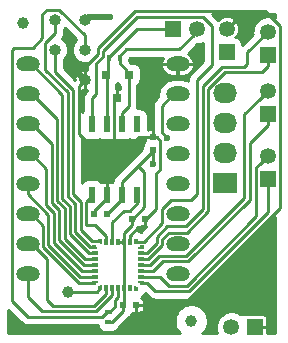
<source format=gtl>
G04 #@! TF.FileFunction,Copper,L1,Top,Signal*
%FSLAX46Y46*%
G04 Gerber Fmt 4.6, Leading zero omitted, Abs format (unit mm)*
G04 Created by KiCad (PCBNEW 4.0.4-stable) date 10/31/16 09:30:40*
%MOMM*%
%LPD*%
G01*
G04 APERTURE LIST*
%ADD10C,0.100000*%
%ADD11R,1.350000X1.350000*%
%ADD12C,1.350000*%
%ADD13R,0.300000X0.400000*%
%ADD14R,0.300000X0.550000*%
%ADD15R,0.400000X0.300000*%
%ADD16R,0.550000X0.300000*%
%ADD17R,0.200000X0.300000*%
%ADD18R,0.300000X0.200000*%
%ADD19R,0.400000X0.200000*%
%ADD20R,0.200000X0.400000*%
%ADD21O,2.000000X1.270000*%
%ADD22R,2.032000X1.727200*%
%ADD23O,2.032000X1.727200*%
%ADD24R,0.500000X0.600000*%
%ADD25R,0.600000X0.500000*%
%ADD26R,0.600000X0.400000*%
%ADD27R,0.800100X0.800100*%
%ADD28R,0.600000X1.450000*%
%ADD29R,0.400000X0.600000*%
%ADD30C,1.000000*%
%ADD31O,1.000000X1.000000*%
%ADD32C,0.600000*%
%ADD33C,0.250000*%
%ADD34C,0.500000*%
%ADD35C,0.254000*%
G04 APERTURE END LIST*
D10*
D11*
X161200000Y-97800000D03*
D12*
X161200000Y-95800000D03*
D13*
X147000000Y-107050000D03*
D14*
X147500000Y-107000000D03*
X148000000Y-107000000D03*
X148500000Y-107000000D03*
X149000000Y-107000000D03*
X149500000Y-107000000D03*
D13*
X150000000Y-107100000D03*
D15*
X150524380Y-106551140D03*
D16*
X150450000Y-106050000D03*
X150450000Y-105550000D03*
X150450000Y-105050000D03*
X150450000Y-104550000D03*
X150450000Y-104050000D03*
D15*
X150500000Y-103550000D03*
D13*
X150000000Y-103000000D03*
D14*
X149500000Y-103100000D03*
X149000000Y-103100000D03*
X148500000Y-103100000D03*
X148000000Y-103100000D03*
X147500000Y-103100000D03*
D13*
X147000000Y-103050000D03*
D15*
X146500000Y-103550000D03*
D16*
X146550000Y-104050000D03*
X146550000Y-104550000D03*
X146550000Y-105050000D03*
X146550000Y-105550000D03*
X146550000Y-106050000D03*
D15*
X146500000Y-106550000D03*
D17*
X147050000Y-106950000D03*
D18*
X146650000Y-106500000D03*
D19*
X150400000Y-106500000D03*
D20*
X149950000Y-107000000D03*
D19*
X150400000Y-103600000D03*
D20*
X149950000Y-103100000D03*
D17*
X147050000Y-103150000D03*
D18*
X146600000Y-103600000D03*
D21*
X153550000Y-105840000D03*
X140850000Y-105840000D03*
X153550000Y-103300000D03*
X140850000Y-103300000D03*
X153550000Y-100760000D03*
X140850000Y-100760000D03*
X153550000Y-98220000D03*
X140850000Y-98220000D03*
X153550000Y-95680000D03*
X140850000Y-95680000D03*
X153550000Y-93140000D03*
X140850000Y-93140000D03*
X153550000Y-90600000D03*
X140850000Y-90600000D03*
X153550000Y-88060000D03*
X140850000Y-88060000D03*
D22*
X157600000Y-98130000D03*
D23*
X157600000Y-95590000D03*
X157600000Y-93050000D03*
X157600000Y-90510000D03*
D24*
X151450000Y-95350000D03*
X151450000Y-94250000D03*
D25*
X147550000Y-100750000D03*
X146450000Y-100750000D03*
X148950000Y-108450000D03*
X150050000Y-108450000D03*
X149700000Y-101150000D03*
X150800000Y-101150000D03*
D26*
X147700000Y-109000000D03*
X147700000Y-109900000D03*
D27*
X149400000Y-88949240D03*
X147500000Y-88949240D03*
X148450000Y-90948220D03*
D28*
X146295000Y-99150000D03*
X147565000Y-99150000D03*
X148835000Y-99150000D03*
X150105000Y-99150000D03*
X150105000Y-93150000D03*
X148835000Y-93150000D03*
X147565000Y-93150000D03*
X146295000Y-93150000D03*
D11*
X153200000Y-85050000D03*
D12*
X155200000Y-85050000D03*
D11*
X157700000Y-87050000D03*
D12*
X157700000Y-85050000D03*
D11*
X161200000Y-92300000D03*
D12*
X161200000Y-90300000D03*
D11*
X160100000Y-110300000D03*
D12*
X158100000Y-110300000D03*
D29*
X147750000Y-87550000D03*
X148650000Y-87550000D03*
D30*
X144300000Y-107350000D03*
X154700000Y-109800000D03*
X140500000Y-84550000D03*
D11*
X161200000Y-87300000D03*
D12*
X161200000Y-85300000D03*
D31*
X143160000Y-86850000D03*
X145700000Y-86850000D03*
X145700000Y-89390000D03*
X145700000Y-84310000D03*
X143160000Y-84310000D03*
D32*
X144842728Y-88060000D03*
X151450000Y-96550000D03*
X152700000Y-94300000D03*
X147832728Y-84050000D03*
D33*
X149150000Y-88949240D02*
X149150000Y-88500000D01*
X149150000Y-88500000D02*
X148700000Y-88050000D01*
X148700000Y-88050000D02*
X148700000Y-87600000D01*
X148700000Y-87600000D02*
X148650000Y-87550000D01*
X155200000Y-85050000D02*
X154950000Y-84800000D01*
X154950000Y-84800000D02*
X154950000Y-85550000D01*
X154950000Y-85550000D02*
X153700000Y-86800000D01*
X153700000Y-86800000D02*
X149200000Y-86800000D01*
X149200000Y-86800000D02*
X148650000Y-87350000D01*
X148650000Y-87350000D02*
X148650000Y-87550000D01*
X148835000Y-93150000D02*
X148835000Y-92175000D01*
X148835000Y-92175000D02*
X149400000Y-91610000D01*
X149400000Y-91610000D02*
X149400000Y-88949240D01*
X148650000Y-87550000D02*
X148650000Y-87450000D01*
X145700000Y-89390000D02*
X145700000Y-88300000D01*
X145700000Y-88300000D02*
X146774988Y-87225012D01*
X162200001Y-100235397D02*
X153985398Y-108450000D01*
X146774988Y-87225012D02*
X146774988Y-86725012D01*
X146774988Y-86725012D02*
X149950000Y-83550000D01*
X149950000Y-83550000D02*
X160930002Y-83550000D01*
X160930002Y-83550000D02*
X162200001Y-84819999D01*
X162200001Y-84819999D02*
X162200001Y-100235397D01*
X150600000Y-108450000D02*
X150050000Y-108450000D01*
X153985398Y-108450000D02*
X150600000Y-108450000D01*
X150800000Y-101150000D02*
X150850000Y-101150000D01*
X150850000Y-101150000D02*
X151700000Y-100300000D01*
X151700000Y-100300000D02*
X151700000Y-97350000D01*
X151700000Y-97350000D02*
X152100000Y-96950000D01*
X152100000Y-94550000D02*
X151800000Y-94250000D01*
X151800000Y-94250000D02*
X151450000Y-94250000D01*
X152100000Y-96950000D02*
X152100000Y-94550000D01*
X146700000Y-95450000D02*
X145200001Y-93950001D01*
X145200001Y-93950001D02*
X145200001Y-89889999D01*
X145200001Y-89889999D02*
X145700000Y-89390000D01*
X148200000Y-95450000D02*
X148200000Y-95800000D01*
X148200000Y-90948220D02*
X148200000Y-95450000D01*
X148200000Y-95450000D02*
X146700000Y-95450000D01*
D34*
X144842728Y-88060000D02*
X144842728Y-88532728D01*
X144842728Y-88532728D02*
X145700000Y-89390000D01*
D33*
X150700000Y-101850000D02*
X150800000Y-101750000D01*
X150800000Y-101750000D02*
X150800000Y-101150000D01*
X150225000Y-101850000D02*
X150700000Y-101850000D01*
X149500000Y-103100000D02*
X149500000Y-102575000D01*
X149500000Y-102575000D02*
X150225000Y-101850000D01*
X148200000Y-95800000D02*
X148450000Y-96050000D01*
X148450000Y-96050000D02*
X150250000Y-94250000D01*
X150250000Y-94250000D02*
X151450000Y-94250000D01*
X148450000Y-97300000D02*
X148450000Y-96050000D01*
X147700000Y-98040000D02*
X147710000Y-98040000D01*
X147710000Y-98040000D02*
X148450000Y-97300000D01*
X147565000Y-99150000D02*
X147565000Y-98175000D01*
X147565000Y-98175000D02*
X147700000Y-98040000D01*
X146450000Y-100550000D02*
X146450000Y-100500000D01*
X146450000Y-100500000D02*
X147565000Y-99385000D01*
X147565000Y-99385000D02*
X147565000Y-98750000D01*
X151450000Y-96550000D02*
X151450000Y-96300000D01*
X151450000Y-96300000D02*
X151450000Y-95350000D01*
X152224990Y-93824990D02*
X152700000Y-94300000D01*
X153550000Y-90600000D02*
X153185000Y-90600000D01*
X153185000Y-90600000D02*
X152224990Y-91560010D01*
X152224990Y-91560010D02*
X152224990Y-93824990D01*
D34*
X147832728Y-84050000D02*
X145960000Y-84050000D01*
X145960000Y-84050000D02*
X145700000Y-84310000D01*
D33*
X148835000Y-99150000D02*
X148835000Y-98015000D01*
X148835000Y-98015000D02*
X149000000Y-97850000D01*
X149000000Y-97850000D02*
X150200000Y-96650000D01*
X149700000Y-101150000D02*
X149750000Y-101150000D01*
X150200000Y-96650000D02*
X151450000Y-95400000D01*
X149750000Y-101150000D02*
X150730001Y-100169999D01*
X150730001Y-100169999D02*
X150730001Y-97180001D01*
X150730001Y-97180001D02*
X150200000Y-96650000D01*
X149000000Y-102750000D02*
X149000000Y-102575000D01*
X149000000Y-103100000D02*
X149000000Y-102750000D01*
X149000000Y-102750000D02*
X149000000Y-102350000D01*
X149000000Y-102350000D02*
X149700000Y-101650000D01*
X149700000Y-101650000D02*
X149700000Y-101150000D01*
X147550000Y-100750000D02*
X148835000Y-99465000D01*
X148835000Y-99465000D02*
X148835000Y-99150000D01*
X151450000Y-95400000D02*
X151450000Y-95350000D01*
X149000000Y-103100000D02*
X148500000Y-103100000D01*
X149000000Y-107000000D02*
X149000000Y-106475000D01*
X149000000Y-106475000D02*
X149000000Y-103343408D01*
X148950000Y-108450000D02*
X149000000Y-108400000D01*
X149000000Y-108400000D02*
X149000000Y-107000000D01*
X148950000Y-108450000D02*
X148950000Y-108950000D01*
X148950000Y-108950000D02*
X148000000Y-109900000D01*
X148000000Y-109900000D02*
X147700000Y-109900000D01*
X144899979Y-102286390D02*
X146163589Y-103550000D01*
X144249989Y-90436399D02*
X144249989Y-99255275D01*
X144249989Y-99255275D02*
X144899979Y-99905265D01*
X142334999Y-88521409D02*
X144249989Y-90436399D01*
X144899979Y-99905265D02*
X144899979Y-102286390D01*
X143160000Y-85426411D02*
X142334999Y-86251412D01*
X146163589Y-103550000D02*
X146500000Y-103550000D01*
X143160000Y-84310000D02*
X143160000Y-85426411D01*
X142334999Y-86251412D02*
X142334999Y-88521409D01*
X143160000Y-86850000D02*
X143160000Y-88710000D01*
X143160000Y-88710000D02*
X144700000Y-90250000D01*
X144700000Y-90250000D02*
X144700000Y-99068875D01*
X145349990Y-102099990D02*
X146300000Y-103050000D01*
X146300000Y-103050000D02*
X146600000Y-103050000D01*
X146600000Y-103050000D02*
X147000000Y-103050000D01*
X144700000Y-99068875D02*
X145349990Y-99718865D01*
X145349990Y-99718865D02*
X145349990Y-102099990D01*
X146295000Y-93150000D02*
X146295000Y-90955000D01*
X152224974Y-101525026D02*
X150675001Y-103074999D01*
X146295000Y-90955000D02*
X146650005Y-90599995D01*
X155200000Y-99050000D02*
X154700000Y-99550000D01*
X155200000Y-89363188D02*
X155200000Y-99050000D01*
X146650005Y-87986405D02*
X147224999Y-87411412D01*
X146650005Y-90599995D02*
X146650005Y-87986405D01*
X154700000Y-99550000D02*
X153037341Y-99550000D01*
X154719999Y-84049999D02*
X155680001Y-84049999D01*
X154699999Y-84049999D02*
X154709999Y-84059999D01*
X152224974Y-100362367D02*
X152224974Y-101525026D01*
X147224999Y-87411412D02*
X147224999Y-86911411D01*
X147224999Y-86911411D02*
X150086411Y-84049999D01*
X156450000Y-88113188D02*
X155200000Y-89363188D01*
X150086411Y-84049999D02*
X154699999Y-84049999D01*
X154709999Y-84059999D02*
X154719999Y-84049999D01*
X155680001Y-84049999D02*
X156450000Y-84819998D01*
X156450000Y-84819998D02*
X156450000Y-88113188D01*
X153037341Y-99550000D02*
X152224974Y-100362367D01*
X150675001Y-103074999D02*
X149975001Y-103074999D01*
X146295000Y-93150000D02*
X146295000Y-93575000D01*
X148000000Y-101450000D02*
X148000000Y-103100000D01*
X149000000Y-100450000D02*
X148000000Y-101450000D01*
X149500000Y-100450000D02*
X149000000Y-100450000D01*
X150105000Y-99845000D02*
X149500000Y-100450000D01*
X150105000Y-99150000D02*
X150105000Y-99845000D01*
X150105000Y-98750000D02*
X150105000Y-99055000D01*
X147500000Y-102575000D02*
X147500000Y-103100000D01*
X146295000Y-99255000D02*
X145800000Y-99750000D01*
X146600000Y-101675000D02*
X147500000Y-102575000D01*
X145800000Y-99750000D02*
X145800000Y-101675000D01*
X145800000Y-101675000D02*
X146600000Y-101675000D01*
X146295000Y-98750000D02*
X146295000Y-99255000D01*
X150974380Y-106551140D02*
X150524380Y-106551140D01*
X151673261Y-107250021D02*
X150974380Y-106551140D01*
X161200000Y-100549070D02*
X154499049Y-107250021D01*
X161200000Y-97800000D02*
X161200000Y-100549070D01*
X154499049Y-107250021D02*
X151673261Y-107250021D01*
X160525001Y-96474999D02*
X161200000Y-95800000D01*
X160199999Y-96800001D02*
X160525001Y-96474999D01*
X160199999Y-100912660D02*
X160199999Y-96800001D01*
X154312649Y-106800010D02*
X160199999Y-100912660D01*
X152037341Y-106050000D02*
X152787351Y-106800010D01*
X150450000Y-106050000D02*
X152037341Y-106050000D01*
X152787351Y-106800010D02*
X154312649Y-106800010D01*
X147500000Y-88949240D02*
X147550760Y-88949240D01*
X147550760Y-88949240D02*
X147700000Y-88800000D01*
X147700000Y-88800000D02*
X147700000Y-87600000D01*
X147700000Y-87600000D02*
X147750000Y-87550000D01*
X147750000Y-87550000D02*
X147750000Y-87450000D01*
X147750000Y-87450000D02*
X150150000Y-85050000D01*
X150150000Y-85050000D02*
X153200000Y-85050000D01*
X152900000Y-84750000D02*
X153200000Y-85050000D01*
X147565000Y-92750000D02*
X147565000Y-88915000D01*
X147565000Y-88915000D02*
X147500000Y-88850000D01*
X147500000Y-88850000D02*
X147500000Y-88949240D01*
X145700000Y-86142894D02*
X145700000Y-86850000D01*
X140874999Y-109424999D02*
X139524990Y-108074990D01*
X142500000Y-83450000D02*
X143521002Y-83450000D01*
X147700000Y-109000000D02*
X147600000Y-109000000D01*
X142100000Y-83850000D02*
X142500000Y-83450000D01*
X141300000Y-86650000D02*
X142100000Y-85850000D01*
X139524990Y-86825010D02*
X139700000Y-86650000D01*
X139524990Y-108074990D02*
X139524990Y-86825010D01*
X143521002Y-83450000D02*
X145700000Y-85628998D01*
X147175001Y-109424999D02*
X140874999Y-109424999D01*
X147600000Y-109000000D02*
X147175001Y-109424999D01*
X142100000Y-85850000D02*
X142100000Y-83850000D01*
X145700000Y-85628998D02*
X145700000Y-86142894D01*
X139700000Y-86650000D02*
X141300000Y-86650000D01*
X148500000Y-107000000D02*
X148500000Y-107764998D01*
X148500000Y-107764998D02*
X148250000Y-108014998D01*
X148250000Y-108014998D02*
X148250000Y-108550000D01*
X148250000Y-108550000D02*
X147800000Y-109000000D01*
X147800000Y-109000000D02*
X147700000Y-109000000D01*
X142899956Y-94824956D02*
X141215000Y-93140000D01*
X142899956Y-99814475D02*
X142899956Y-94824956D01*
X143525043Y-100439562D02*
X142899956Y-99814475D01*
X143525043Y-102984276D02*
X143525043Y-100439562D01*
X145590767Y-105050000D02*
X143525043Y-102984276D01*
X146550000Y-105050000D02*
X145590767Y-105050000D01*
X141215000Y-93140000D02*
X140850000Y-93140000D01*
X146550000Y-105050000D02*
X146550000Y-105025001D01*
X140850000Y-107774999D02*
X140850000Y-106725000D01*
X142049989Y-108974988D02*
X140850000Y-107774999D01*
X140850000Y-106725000D02*
X140850000Y-105840000D01*
X146646425Y-108974988D02*
X142049989Y-108974988D01*
X148000000Y-107621413D02*
X146646425Y-108974988D01*
X148000000Y-107000000D02*
X148000000Y-107621413D01*
X140850000Y-90600000D02*
X141215000Y-90600000D01*
X141215000Y-90600000D02*
X143349967Y-92734967D01*
X143349967Y-92734967D02*
X143349967Y-99628075D01*
X143349967Y-99628075D02*
X143999957Y-100278065D01*
X143999957Y-102822779D02*
X145727178Y-104550000D01*
X145727178Y-104550000D02*
X146025000Y-104550000D01*
X143999957Y-100278065D02*
X143999957Y-102822779D01*
X146025000Y-104550000D02*
X146550000Y-104550000D01*
X144449968Y-100091665D02*
X143799978Y-99441675D01*
X141215000Y-88060000D02*
X140850000Y-88060000D01*
X146025000Y-104050000D02*
X144449968Y-102474968D01*
X146550000Y-104050000D02*
X146025000Y-104050000D01*
X143799978Y-99441675D02*
X143799978Y-90644978D01*
X143799978Y-90644978D02*
X141215000Y-88060000D01*
X144449968Y-102474968D02*
X144449968Y-100091665D01*
X147500000Y-107000000D02*
X147475001Y-107024999D01*
X147475001Y-107024999D02*
X147475001Y-107510001D01*
X147475001Y-107510001D02*
X146460025Y-108524977D01*
X146460025Y-108524977D02*
X142974977Y-108524977D01*
X142974977Y-108524977D02*
X142500000Y-108050000D01*
X142500000Y-108050000D02*
X142500000Y-104585000D01*
X142500000Y-104585000D02*
X141215000Y-103300000D01*
X141215000Y-103300000D02*
X140850000Y-103300000D01*
X140950000Y-103300000D02*
X140850000Y-103300000D01*
X140850000Y-100760000D02*
X141215000Y-100760000D01*
X141215000Y-100760000D02*
X142175010Y-101720010D01*
X142175010Y-101720010D02*
X142175010Y-103543476D01*
X145181534Y-106550000D02*
X146050000Y-106550000D01*
X142175010Y-103543476D02*
X145181534Y-106550000D01*
X146050000Y-106550000D02*
X146500000Y-106550000D01*
X140850000Y-99037341D02*
X140850000Y-98220000D01*
X142625021Y-103357076D02*
X142625021Y-100812362D01*
X142625021Y-100812362D02*
X140850000Y-99037341D01*
X145317945Y-106050000D02*
X142625021Y-103357076D01*
X146550000Y-106050000D02*
X145317945Y-106050000D01*
X142449945Y-96914945D02*
X141215000Y-95680000D01*
X141215000Y-95680000D02*
X140850000Y-95680000D01*
X145454356Y-105550000D02*
X143075032Y-103170676D01*
X146550000Y-105550000D02*
X145454356Y-105550000D01*
X143075032Y-100625962D02*
X142449945Y-100000875D01*
X142449945Y-100000875D02*
X142449945Y-96914945D01*
X143075032Y-103170676D02*
X143075032Y-100625962D01*
X144300000Y-107350000D02*
X146700000Y-107350000D01*
X146700000Y-107350000D02*
X147000000Y-107050000D01*
X159650011Y-99559059D02*
X159650011Y-94774989D01*
X154459059Y-104750011D02*
X159650011Y-99559059D01*
X152280919Y-104750011D02*
X154459059Y-104750011D01*
X151480930Y-105550000D02*
X152280919Y-104750011D01*
X150450000Y-105550000D02*
X151480930Y-105550000D01*
X161200000Y-93225000D02*
X161200000Y-92300000D01*
X159650011Y-94774989D02*
X161200000Y-93225000D01*
X150450000Y-105050000D02*
X151207824Y-105050000D01*
X159200000Y-92300000D02*
X160525001Y-90974999D01*
X154272659Y-104300000D02*
X159200000Y-99372659D01*
X151207824Y-105050000D02*
X151957824Y-104300000D01*
X160525001Y-90974999D02*
X161200000Y-90300000D01*
X151957824Y-104300000D02*
X154272659Y-104300000D01*
X159200000Y-99372659D02*
X159200000Y-92300000D01*
X160674989Y-88750011D02*
X161200000Y-88225000D01*
X161200000Y-88225000D02*
X161200000Y-87300000D01*
X156150011Y-90126641D02*
X157526641Y-88750011D01*
X157526641Y-88750011D02*
X160674989Y-88750011D01*
X152224990Y-102902351D02*
X152787351Y-102339990D01*
X151071413Y-104550000D02*
X152224990Y-103396423D01*
X152224990Y-103396423D02*
X152224990Y-102902351D01*
X152787351Y-102339990D02*
X154329080Y-102339990D01*
X154329080Y-102339990D02*
X156150011Y-100519059D01*
X150450000Y-104550000D02*
X151071413Y-104550000D01*
X156150011Y-100519059D02*
X156150011Y-90126641D01*
X150450000Y-104050000D02*
X150935002Y-104050000D01*
X150935002Y-104050000D02*
X151774979Y-103210023D01*
X151774979Y-103210023D02*
X151774979Y-102715951D01*
X151774979Y-102715951D02*
X152690930Y-101800000D01*
X152690930Y-101800000D02*
X154232659Y-101800000D01*
X154232659Y-101800000D02*
X155700000Y-100332659D01*
X155700000Y-100332659D02*
X155700000Y-89940241D01*
X155700000Y-89940241D02*
X157340241Y-88300000D01*
X157340241Y-88300000D02*
X159200000Y-88300000D01*
X159200000Y-88300000D02*
X159450000Y-88050000D01*
X159450000Y-88050000D02*
X159450000Y-87050000D01*
X159450000Y-87050000D02*
X161200000Y-85300000D01*
D35*
X161773000Y-101030588D02*
X161773000Y-101030588D01*
X161578770Y-101233788D02*
X161773000Y-101233788D01*
X161375570Y-101436988D02*
X161773000Y-101436988D01*
X161172370Y-101640188D02*
X161773000Y-101640188D01*
X160969170Y-101843388D02*
X161773000Y-101843388D01*
X160765970Y-102046588D02*
X161773000Y-102046588D01*
X160562770Y-102249788D02*
X161773000Y-102249788D01*
X160359570Y-102452988D02*
X161773000Y-102452988D01*
X160156370Y-102656188D02*
X161773000Y-102656188D01*
X159953170Y-102859388D02*
X161773000Y-102859388D01*
X159749970Y-103062588D02*
X161773000Y-103062588D01*
X159546770Y-103265788D02*
X161773000Y-103265788D01*
X159343570Y-103468988D02*
X161773000Y-103468988D01*
X159140370Y-103672188D02*
X161773000Y-103672188D01*
X158937170Y-103875388D02*
X161773000Y-103875388D01*
X158733970Y-104078588D02*
X161773000Y-104078588D01*
X158530770Y-104281788D02*
X161773000Y-104281788D01*
X158327570Y-104484988D02*
X161773000Y-104484988D01*
X158124370Y-104688188D02*
X161773000Y-104688188D01*
X157921170Y-104891388D02*
X161773000Y-104891388D01*
X157717970Y-105094588D02*
X161773000Y-105094588D01*
X157514770Y-105297788D02*
X161773000Y-105297788D01*
X157311570Y-105500988D02*
X161773000Y-105500988D01*
X157108370Y-105704188D02*
X161773000Y-105704188D01*
X156905170Y-105907388D02*
X161773000Y-105907388D01*
X156701970Y-106110588D02*
X161773000Y-106110588D01*
X156498770Y-106313788D02*
X161773000Y-106313788D01*
X156295570Y-106516988D02*
X161773000Y-106516988D01*
X156092370Y-106720188D02*
X161773000Y-106720188D01*
X155889170Y-106923388D02*
X161773000Y-106923388D01*
X155685970Y-107126588D02*
X161773000Y-107126588D01*
X155482770Y-107329788D02*
X161773000Y-107329788D01*
X150729185Y-107532988D02*
X150892740Y-107532988D01*
X155279570Y-107532988D02*
X161773000Y-107532988D01*
X150597822Y-107736188D02*
X151095940Y-107736188D01*
X155076370Y-107736188D02*
X161773000Y-107736188D01*
X150636689Y-107939388D02*
X151373701Y-107939388D01*
X154796695Y-107939388D02*
X161773000Y-107939388D01*
X150733162Y-108142588D02*
X161773000Y-108142588D01*
X150737000Y-108345788D02*
X161773000Y-108345788D01*
X150047000Y-108548988D02*
X150053000Y-108548988D01*
X150736238Y-108548988D02*
X154066960Y-108548988D01*
X155329131Y-108548988D02*
X161773000Y-108548988D01*
X150047000Y-108752188D02*
X150053000Y-108752188D01*
X150734200Y-108752188D02*
X153773231Y-108752188D01*
X155628358Y-108752188D02*
X161773000Y-108752188D01*
X139227000Y-108955388D02*
X139341900Y-108955388D01*
X150047000Y-108955388D02*
X150053000Y-108955388D01*
X150641912Y-108955388D02*
X153585146Y-108955388D01*
X155816142Y-108955388D02*
X161773000Y-108955388D01*
X139227000Y-109158588D02*
X139545100Y-109158588D01*
X149678731Y-109158588D02*
X153454939Y-109158588D01*
X155946706Y-109158588D02*
X157466351Y-109158588D01*
X158736243Y-109158588D02*
X161773000Y-109158588D01*
X139227000Y-109361788D02*
X139748300Y-109361788D01*
X149578409Y-109361788D02*
X153367847Y-109361788D01*
X156030459Y-109361788D02*
X157197096Y-109361788D01*
X161059089Y-109361788D02*
X161773000Y-109361788D01*
X139227000Y-109564988D02*
X139951500Y-109564988D01*
X149398500Y-109564988D02*
X153321683Y-109564988D01*
X156077649Y-109564988D02*
X157025241Y-109564988D01*
X161157645Y-109564988D02*
X161773000Y-109564988D01*
X139227000Y-109768188D02*
X140154700Y-109768188D01*
X149195300Y-109768188D02*
X153303249Y-109768188D01*
X156095590Y-109768188D02*
X156911326Y-109768188D01*
X161162000Y-109768188D02*
X161773000Y-109768188D01*
X139227000Y-109971388D02*
X140361084Y-109971388D01*
X148992100Y-109971388D02*
X153311060Y-109971388D01*
X156092753Y-109971388D02*
X156838704Y-109971388D01*
X161162000Y-109971388D02*
X161773000Y-109971388D01*
X139227000Y-110174588D02*
X140843656Y-110174588D01*
X148788900Y-110174588D02*
X153348355Y-110174588D01*
X156047557Y-110174588D02*
X156799568Y-110174588D01*
X161162000Y-110174588D02*
X161773000Y-110174588D01*
X139227000Y-110377788D02*
X146836033Y-110377788D01*
X148585700Y-110377788D02*
X153426187Y-110377788D01*
X155972023Y-110377788D02*
X156796731Y-110377788D01*
X161140038Y-110377788D02*
X161773000Y-110377788D01*
X139227000Y-110580988D02*
X147002724Y-110580988D01*
X148403712Y-110580988D02*
X153541267Y-110580988D01*
X155858757Y-110580988D02*
X156827766Y-110580988D01*
X161162000Y-110580988D02*
X161773000Y-110580988D01*
X139227000Y-110784188D02*
X153708278Y-110784188D01*
X155692341Y-110784188D02*
X156891307Y-110784188D01*
X161162000Y-110784188D02*
X161773000Y-110784188D01*
X153547000Y-103277000D02*
X153553000Y-103277000D01*
X150803000Y-101160489D02*
X150803000Y-101160489D01*
X150797000Y-101363689D02*
X150803000Y-101363689D01*
X150797000Y-101566889D02*
X150803000Y-101566889D01*
X150717161Y-101770089D02*
X150882839Y-101770089D01*
X150376321Y-101973289D02*
X150713223Y-101973289D01*
X150236062Y-102176489D02*
X150510023Y-102176489D01*
X145452000Y-94184605D02*
X145452000Y-94184605D01*
X145452000Y-94387805D02*
X145635055Y-94387805D01*
X150760427Y-94387805D02*
X150813000Y-94387805D01*
X145452000Y-94591005D02*
X150771616Y-94591005D01*
X145452000Y-94794205D02*
X150631095Y-94794205D01*
X145452000Y-94997405D02*
X150577442Y-94997405D01*
X145452000Y-95200605D02*
X150569967Y-95200605D01*
X145452000Y-95403805D02*
X150382707Y-95403805D01*
X145452000Y-95607005D02*
X150179507Y-95607005D01*
X145452000Y-95810205D02*
X149976307Y-95810205D01*
X145452000Y-96013405D02*
X149773107Y-96013405D01*
X145452000Y-96216605D02*
X149569907Y-96216605D01*
X145452000Y-96419805D02*
X149366707Y-96419805D01*
X145452000Y-96623005D02*
X149163507Y-96623005D01*
X145452000Y-96826205D02*
X148960307Y-96826205D01*
X145452000Y-97029405D02*
X148757107Y-97029405D01*
X145452000Y-97232605D02*
X148553907Y-97232605D01*
X145452000Y-97435805D02*
X148350707Y-97435805D01*
X145452000Y-97639005D02*
X148187399Y-97639005D01*
X145452000Y-97842205D02*
X145768326Y-97842205D01*
X146819982Y-97842205D02*
X148104650Y-97842205D01*
X145452000Y-98045405D02*
X145498944Y-98045405D01*
X147091880Y-98045405D02*
X147189656Y-98045405D01*
X147472655Y-98045405D02*
X147657345Y-98045405D01*
X147940345Y-98045405D02*
X148038943Y-98045405D01*
X147562000Y-98248605D02*
X147568000Y-98248605D01*
X147562000Y-98451805D02*
X147568000Y-98451805D01*
X147562000Y-98655005D02*
X147568000Y-98655005D01*
X147562000Y-98858205D02*
X147568000Y-98858205D01*
X147562000Y-99061405D02*
X147568000Y-99061405D01*
X155698000Y-86253409D02*
X155698000Y-86253409D01*
X155106879Y-86456609D02*
X155698000Y-86456609D01*
X154903679Y-86659809D02*
X155698000Y-86659809D01*
X154700479Y-86863009D02*
X155698000Y-86863009D01*
X154497279Y-87066209D02*
X155698000Y-87066209D01*
X154554937Y-87269409D02*
X155698000Y-87269409D01*
X154748405Y-87472609D02*
X155698000Y-87472609D01*
X149480033Y-87675809D02*
X152238406Y-87675809D01*
X154861595Y-87675809D02*
X155698000Y-87675809D01*
X149592497Y-87879009D02*
X152179296Y-87879009D01*
X154920705Y-87879009D02*
X155620691Y-87879009D01*
X150213760Y-88082209D02*
X152249697Y-88082209D01*
X153547000Y-88082209D02*
X153553000Y-88082209D01*
X154850304Y-88082209D02*
X155417491Y-88082209D01*
X150371354Y-88285409D02*
X152190747Y-88285409D01*
X153547000Y-88285409D02*
X153553000Y-88285409D01*
X154909252Y-88285409D02*
X155214291Y-88285409D01*
X150425253Y-88488609D02*
X152261025Y-88488609D01*
X153547000Y-88488609D02*
X153553000Y-88488609D01*
X154838974Y-88488609D02*
X155011091Y-88488609D01*
X150430083Y-88691809D02*
X152387830Y-88691809D01*
X153547000Y-88691809D02*
X153553000Y-88691809D01*
X154712169Y-88691809D02*
X154807891Y-88691809D01*
X150430083Y-88895009D02*
X152598863Y-88895009D01*
X153547000Y-88895009D02*
X153553000Y-88895009D01*
X154501136Y-88895009D02*
X154615868Y-88895009D01*
X150430083Y-89098209D02*
X154498406Y-89098209D01*
X150430083Y-89301409D02*
X154453826Y-89301409D01*
X150408010Y-89504609D02*
X152561960Y-89504609D01*
X150314069Y-89707809D02*
X152285161Y-89707809D01*
X150152000Y-89911009D02*
X152121848Y-89911009D01*
X150152000Y-90114209D02*
X152012730Y-90114209D01*
X150152000Y-90317409D02*
X151949829Y-90317409D01*
X150152000Y-90520609D02*
X151922578Y-90520609D01*
X150152000Y-90723809D02*
X151927227Y-90723809D01*
X150152000Y-90927009D02*
X151794503Y-90927009D01*
X150152000Y-91130209D02*
X151608656Y-91130209D01*
X150152000Y-91333409D02*
X151511662Y-91333409D01*
X150152000Y-91536609D02*
X151474511Y-91536609D01*
X150139076Y-91739809D02*
X151472990Y-91739809D01*
X150801099Y-91943009D02*
X151472990Y-91943009D01*
X150968306Y-92146209D02*
X151472990Y-92146209D01*
X151029006Y-92349409D02*
X151472990Y-92349409D01*
X151035033Y-92552609D02*
X151472990Y-92552609D01*
X151035033Y-92755809D02*
X151472990Y-92755809D01*
X151035033Y-92959009D02*
X151472990Y-92959009D01*
X151035033Y-93162209D02*
X151472990Y-93162209D01*
X151035033Y-93365409D02*
X151472990Y-93365409D01*
X151035033Y-93568609D02*
X151133686Y-93568609D01*
X151355859Y-93568609D02*
X151472990Y-93568609D01*
X151447000Y-93771809D02*
X151453000Y-93771809D01*
X151447000Y-93975009D02*
X151453000Y-93975009D01*
X151447000Y-94178209D02*
X151453000Y-94178209D01*
X144030490Y-85022977D02*
X144030490Y-85022977D01*
X143912000Y-85226177D02*
X144233690Y-85226177D01*
X143911979Y-85429377D02*
X144436890Y-85429377D01*
X143879764Y-85632577D02*
X144640090Y-85632577D01*
X143789708Y-85835777D02*
X144843290Y-85835777D01*
X143945849Y-86038977D02*
X144911926Y-86038977D01*
X144110029Y-86242177D02*
X144751214Y-86242177D01*
X144211110Y-86445377D02*
X144649922Y-86445377D01*
X144267785Y-86648577D02*
X144593327Y-86648577D01*
X144287000Y-86851777D02*
X144573000Y-86851777D01*
X144266274Y-87054977D02*
X144592563Y-87054977D01*
X144208950Y-87258177D02*
X144649963Y-87258177D01*
X144106832Y-87461377D02*
X144751861Y-87461377D01*
X143943654Y-87664577D02*
X144918447Y-87664577D01*
X143912000Y-87867777D02*
X145214045Y-87867777D01*
X143912000Y-88070977D02*
X145898005Y-88070977D01*
X143912000Y-88274177D02*
X145898005Y-88274177D01*
X143990865Y-88477377D02*
X145898005Y-88477377D01*
X144194065Y-88680577D02*
X145169810Y-88680577D01*
X145697000Y-88680577D02*
X145703000Y-88680577D01*
X144397265Y-88883777D02*
X144975935Y-88883777D01*
X145697000Y-88883777D02*
X145703000Y-88883777D01*
X144600465Y-89086977D02*
X144867071Y-89086977D01*
X145697000Y-89086977D02*
X145703000Y-89086977D01*
X144803665Y-89290177D02*
X144850175Y-89290177D01*
X145697000Y-89290177D02*
X145703000Y-89290177D01*
X145697000Y-89493377D02*
X145703000Y-89493377D01*
X145697000Y-89696577D02*
X145703000Y-89696577D01*
X145697000Y-89899777D02*
X145703000Y-89899777D01*
X145697000Y-90102977D02*
X145703000Y-90102977D01*
X145452000Y-90306177D02*
X145880335Y-90306177D01*
X145452000Y-90509377D02*
X145691942Y-90509377D01*
X145452000Y-90712577D02*
X145586509Y-90712577D01*
X145452000Y-90915777D02*
X145546296Y-90915777D01*
X145452000Y-91118977D02*
X145543000Y-91118977D01*
X145452000Y-91322177D02*
X145543000Y-91322177D01*
X145452000Y-91525377D02*
X145543000Y-91525377D01*
X145452000Y-91728577D02*
X145543000Y-91728577D01*
X145452000Y-91931777D02*
X145543000Y-91931777D01*
X148449675Y-89647856D02*
X148449675Y-89647856D01*
X148317000Y-89851056D02*
X148627054Y-89851056D01*
X148317000Y-90054256D02*
X148648000Y-90054256D01*
X148446536Y-90257456D02*
X148453464Y-90257456D01*
X148447000Y-90460656D02*
X148453000Y-90460656D01*
X148447000Y-90663856D02*
X148453000Y-90663856D01*
X148447000Y-90867056D02*
X148453000Y-90867056D01*
X156470490Y-83777000D02*
X161773000Y-83777000D01*
X156673690Y-83980200D02*
X161773000Y-83980200D01*
X156876890Y-84183400D02*
X157077435Y-84183400D01*
X158322233Y-84183400D02*
X160528434Y-84183400D01*
X158359157Y-84386600D02*
X158367643Y-84386600D01*
X158449916Y-84386600D02*
X160271759Y-84386600D01*
X158155957Y-84589800D02*
X158164443Y-84589800D01*
X158657134Y-84589800D02*
X160108252Y-84589800D01*
X157952757Y-84793000D02*
X157961243Y-84793000D01*
X158730537Y-84793000D02*
X160000691Y-84793000D01*
X157749557Y-84996200D02*
X157758043Y-84996200D01*
X158760701Y-84996200D02*
X159933430Y-84996200D01*
X158751461Y-85199400D02*
X159899222Y-85199400D01*
X158701788Y-85402600D02*
X159896385Y-85402600D01*
X158605286Y-85605800D02*
X159830712Y-85605800D01*
X158637240Y-85809000D02*
X159627512Y-85809000D01*
X158882948Y-86012200D02*
X159424312Y-86012200D01*
X158978567Y-86215400D02*
X159221112Y-86215400D01*
X159005033Y-86418600D02*
X159017912Y-86418600D01*
X161773000Y-110823000D02*
X161162000Y-110823000D01*
X161162000Y-110399750D01*
X161065250Y-110303000D01*
X160827000Y-110303000D01*
X160827000Y-110297000D01*
X161065250Y-110297000D01*
X161162000Y-110200250D01*
X161162000Y-109586884D01*
X161147128Y-109512116D01*
X161117955Y-109441687D01*
X161075603Y-109378302D01*
X161021698Y-109324398D01*
X160958313Y-109282045D01*
X160887884Y-109252872D01*
X160813116Y-109238000D01*
X160808122Y-109238000D01*
X160791035Y-109211447D01*
X160749410Y-109183006D01*
X160700000Y-109173000D01*
X158757609Y-109173000D01*
X158722259Y-109149156D01*
X158486875Y-109050209D01*
X158236755Y-108998867D01*
X157981425Y-108997084D01*
X157730613Y-109044930D01*
X157493870Y-109140580D01*
X157280214Y-109280392D01*
X157097784Y-109459041D01*
X156953528Y-109669722D01*
X156852941Y-109904409D01*
X156799853Y-110154165D01*
X156796288Y-110409476D01*
X156842381Y-110660616D01*
X156906674Y-110823000D01*
X155651585Y-110823000D01*
X155762639Y-110717245D01*
X155920561Y-110493375D01*
X156031993Y-110243095D01*
X156092690Y-109975938D01*
X156097059Y-109663017D01*
X156043846Y-109394269D01*
X155939446Y-109140975D01*
X155787835Y-108912783D01*
X155594790Y-108718385D01*
X155367662Y-108565185D01*
X155115103Y-108459019D01*
X154846733Y-108403931D01*
X154572774Y-108402018D01*
X154303661Y-108453354D01*
X154049644Y-108555984D01*
X153820399Y-108705997D01*
X153624658Y-108897681D01*
X153469877Y-109123734D01*
X153361950Y-109375546D01*
X153304989Y-109643524D01*
X153301164Y-109917464D01*
X153350620Y-110186928D01*
X153451474Y-110441655D01*
X153599883Y-110671942D01*
X153745759Y-110823000D01*
X139227000Y-110823000D01*
X139227000Y-108840488D01*
X140343255Y-109956743D01*
X140396921Y-110000825D01*
X140450144Y-110045484D01*
X140453610Y-110047389D01*
X140456665Y-110049899D01*
X140517874Y-110082719D01*
X140578755Y-110116189D01*
X140582525Y-110117385D01*
X140586009Y-110119253D01*
X140652433Y-110139561D01*
X140718649Y-110160566D01*
X140722578Y-110161007D01*
X140726360Y-110162163D01*
X140795438Y-110169179D01*
X140864499Y-110176926D01*
X140872234Y-110176980D01*
X140872374Y-110176994D01*
X140872505Y-110176982D01*
X140874999Y-110176999D01*
X146776107Y-110176999D01*
X146777929Y-110199847D01*
X146830374Y-110369199D01*
X146927923Y-110517235D01*
X147062852Y-110632234D01*
X147224477Y-110705089D01*
X147400000Y-110730033D01*
X148000000Y-110730033D01*
X148099847Y-110722071D01*
X148269199Y-110669626D01*
X148417235Y-110572077D01*
X148532234Y-110437148D01*
X148537071Y-110426417D01*
X149481744Y-109481744D01*
X149525826Y-109428078D01*
X149570485Y-109374855D01*
X149572390Y-109371389D01*
X149574900Y-109368334D01*
X149607720Y-109307125D01*
X149641190Y-109246244D01*
X149642386Y-109242474D01*
X149644254Y-109238990D01*
X149664075Y-109174159D01*
X149667235Y-109172077D01*
X149739746Y-109087000D01*
X149950250Y-109087000D01*
X150047000Y-108990250D01*
X150047000Y-108453000D01*
X150053000Y-108453000D01*
X150053000Y-108990250D01*
X150149750Y-109087000D01*
X150388116Y-109087000D01*
X150462884Y-109072128D01*
X150533313Y-109042955D01*
X150596698Y-109000603D01*
X150650602Y-108946698D01*
X150692955Y-108883313D01*
X150722128Y-108812884D01*
X150737000Y-108738116D01*
X150737000Y-108549750D01*
X150640250Y-108453000D01*
X150053000Y-108453000D01*
X150047000Y-108453000D01*
X150027000Y-108453000D01*
X150027000Y-108447000D01*
X150047000Y-108447000D01*
X150047000Y-108427000D01*
X150053000Y-108427000D01*
X150053000Y-108447000D01*
X150640250Y-108447000D01*
X150737000Y-108350250D01*
X150737000Y-108161884D01*
X150722128Y-108087116D01*
X150692955Y-108016687D01*
X150650602Y-107953302D01*
X150596698Y-107899397D01*
X150533313Y-107857045D01*
X150474967Y-107832877D01*
X150567235Y-107772077D01*
X150682234Y-107637148D01*
X150755089Y-107475523D01*
X150765067Y-107405315D01*
X151141517Y-107781765D01*
X151195183Y-107825847D01*
X151248406Y-107870506D01*
X151251872Y-107872411D01*
X151254927Y-107874921D01*
X151316136Y-107907741D01*
X151377017Y-107941211D01*
X151380787Y-107942407D01*
X151384271Y-107944275D01*
X151450695Y-107964583D01*
X151516911Y-107985588D01*
X151520840Y-107986029D01*
X151524622Y-107987185D01*
X151593700Y-107994201D01*
X151662761Y-108001948D01*
X151670496Y-108002002D01*
X151670636Y-108002016D01*
X151670767Y-108002004D01*
X151673261Y-108002021D01*
X154499049Y-108002021D01*
X154568175Y-107995243D01*
X154637380Y-107989188D01*
X154641177Y-107988085D01*
X154645113Y-107987699D01*
X154711644Y-107967612D01*
X154778318Y-107948242D01*
X154781826Y-107946424D01*
X154785614Y-107945280D01*
X154846950Y-107912667D01*
X154908617Y-107880702D01*
X154911709Y-107878234D01*
X154915199Y-107876378D01*
X154969011Y-107832490D01*
X155023317Y-107789138D01*
X155028819Y-107783712D01*
X155028934Y-107783618D01*
X155029022Y-107783511D01*
X155030793Y-107781765D01*
X161731744Y-101080814D01*
X161773000Y-101030588D01*
X161773000Y-110823000D01*
X161773000Y-101030588D02*
X161773000Y-101030588D01*
X161578770Y-101233788D02*
X161773000Y-101233788D01*
X161375570Y-101436988D02*
X161773000Y-101436988D01*
X161172370Y-101640188D02*
X161773000Y-101640188D01*
X160969170Y-101843388D02*
X161773000Y-101843388D01*
X160765970Y-102046588D02*
X161773000Y-102046588D01*
X160562770Y-102249788D02*
X161773000Y-102249788D01*
X160359570Y-102452988D02*
X161773000Y-102452988D01*
X160156370Y-102656188D02*
X161773000Y-102656188D01*
X159953170Y-102859388D02*
X161773000Y-102859388D01*
X159749970Y-103062588D02*
X161773000Y-103062588D01*
X159546770Y-103265788D02*
X161773000Y-103265788D01*
X159343570Y-103468988D02*
X161773000Y-103468988D01*
X159140370Y-103672188D02*
X161773000Y-103672188D01*
X158937170Y-103875388D02*
X161773000Y-103875388D01*
X158733970Y-104078588D02*
X161773000Y-104078588D01*
X158530770Y-104281788D02*
X161773000Y-104281788D01*
X158327570Y-104484988D02*
X161773000Y-104484988D01*
X158124370Y-104688188D02*
X161773000Y-104688188D01*
X157921170Y-104891388D02*
X161773000Y-104891388D01*
X157717970Y-105094588D02*
X161773000Y-105094588D01*
X157514770Y-105297788D02*
X161773000Y-105297788D01*
X157311570Y-105500988D02*
X161773000Y-105500988D01*
X157108370Y-105704188D02*
X161773000Y-105704188D01*
X156905170Y-105907388D02*
X161773000Y-105907388D01*
X156701970Y-106110588D02*
X161773000Y-106110588D01*
X156498770Y-106313788D02*
X161773000Y-106313788D01*
X156295570Y-106516988D02*
X161773000Y-106516988D01*
X156092370Y-106720188D02*
X161773000Y-106720188D01*
X155889170Y-106923388D02*
X161773000Y-106923388D01*
X155685970Y-107126588D02*
X161773000Y-107126588D01*
X155482770Y-107329788D02*
X161773000Y-107329788D01*
X150729185Y-107532988D02*
X150892740Y-107532988D01*
X155279570Y-107532988D02*
X161773000Y-107532988D01*
X150597822Y-107736188D02*
X151095940Y-107736188D01*
X155076370Y-107736188D02*
X161773000Y-107736188D01*
X150636689Y-107939388D02*
X151373701Y-107939388D01*
X154796695Y-107939388D02*
X161773000Y-107939388D01*
X150733162Y-108142588D02*
X161773000Y-108142588D01*
X150737000Y-108345788D02*
X161773000Y-108345788D01*
X150047000Y-108548988D02*
X150053000Y-108548988D01*
X150736238Y-108548988D02*
X154066960Y-108548988D01*
X155329131Y-108548988D02*
X161773000Y-108548988D01*
X150047000Y-108752188D02*
X150053000Y-108752188D01*
X150734200Y-108752188D02*
X153773231Y-108752188D01*
X155628358Y-108752188D02*
X161773000Y-108752188D01*
X139227000Y-108955388D02*
X139341900Y-108955388D01*
X150047000Y-108955388D02*
X150053000Y-108955388D01*
X150641912Y-108955388D02*
X153585146Y-108955388D01*
X155816142Y-108955388D02*
X161773000Y-108955388D01*
X139227000Y-109158588D02*
X139545100Y-109158588D01*
X149678731Y-109158588D02*
X153454939Y-109158588D01*
X155946706Y-109158588D02*
X157466351Y-109158588D01*
X158736243Y-109158588D02*
X161773000Y-109158588D01*
X139227000Y-109361788D02*
X139748300Y-109361788D01*
X149578409Y-109361788D02*
X153367847Y-109361788D01*
X156030459Y-109361788D02*
X157197096Y-109361788D01*
X161059089Y-109361788D02*
X161773000Y-109361788D01*
X139227000Y-109564988D02*
X139951500Y-109564988D01*
X149398500Y-109564988D02*
X153321683Y-109564988D01*
X156077649Y-109564988D02*
X157025241Y-109564988D01*
X161157645Y-109564988D02*
X161773000Y-109564988D01*
X139227000Y-109768188D02*
X140154700Y-109768188D01*
X149195300Y-109768188D02*
X153303249Y-109768188D01*
X156095590Y-109768188D02*
X156911326Y-109768188D01*
X161162000Y-109768188D02*
X161773000Y-109768188D01*
X139227000Y-109971388D02*
X140361084Y-109971388D01*
X148992100Y-109971388D02*
X153311060Y-109971388D01*
X156092753Y-109971388D02*
X156838704Y-109971388D01*
X161162000Y-109971388D02*
X161773000Y-109971388D01*
X139227000Y-110174588D02*
X140843656Y-110174588D01*
X148788900Y-110174588D02*
X153348355Y-110174588D01*
X156047557Y-110174588D02*
X156799568Y-110174588D01*
X161162000Y-110174588D02*
X161773000Y-110174588D01*
X139227000Y-110377788D02*
X146836033Y-110377788D01*
X148585700Y-110377788D02*
X153426187Y-110377788D01*
X155972023Y-110377788D02*
X156796731Y-110377788D01*
X161140038Y-110377788D02*
X161773000Y-110377788D01*
X139227000Y-110580988D02*
X147002724Y-110580988D01*
X148403712Y-110580988D02*
X153541267Y-110580988D01*
X155858757Y-110580988D02*
X156827766Y-110580988D01*
X161162000Y-110580988D02*
X161773000Y-110580988D01*
X139227000Y-110784188D02*
X153708278Y-110784188D01*
X155692341Y-110784188D02*
X156891307Y-110784188D01*
X161162000Y-110784188D02*
X161773000Y-110784188D01*
X153547000Y-103277000D02*
X153553000Y-103277000D01*
X150803000Y-101160489D02*
X150803000Y-101160489D01*
X150797000Y-101363689D02*
X150803000Y-101363689D01*
X150797000Y-101566889D02*
X150803000Y-101566889D01*
X150717161Y-101770089D02*
X150882839Y-101770089D01*
X150376321Y-101973289D02*
X150713223Y-101973289D01*
X150236062Y-102176489D02*
X150510023Y-102176489D01*
X145452000Y-94184605D02*
X145452000Y-94184605D01*
X145452000Y-94387805D02*
X145635055Y-94387805D01*
X150760427Y-94387805D02*
X150813000Y-94387805D01*
X145452000Y-94591005D02*
X150771616Y-94591005D01*
X145452000Y-94794205D02*
X150631095Y-94794205D01*
X145452000Y-94997405D02*
X150577442Y-94997405D01*
X145452000Y-95200605D02*
X150569967Y-95200605D01*
X145452000Y-95403805D02*
X150382707Y-95403805D01*
X145452000Y-95607005D02*
X150179507Y-95607005D01*
X145452000Y-95810205D02*
X149976307Y-95810205D01*
X145452000Y-96013405D02*
X149773107Y-96013405D01*
X145452000Y-96216605D02*
X149569907Y-96216605D01*
X145452000Y-96419805D02*
X149366707Y-96419805D01*
X145452000Y-96623005D02*
X149163507Y-96623005D01*
X145452000Y-96826205D02*
X148960307Y-96826205D01*
X145452000Y-97029405D02*
X148757107Y-97029405D01*
X145452000Y-97232605D02*
X148553907Y-97232605D01*
X145452000Y-97435805D02*
X148350707Y-97435805D01*
X145452000Y-97639005D02*
X148187399Y-97639005D01*
X145452000Y-97842205D02*
X145768326Y-97842205D01*
X146819982Y-97842205D02*
X148104650Y-97842205D01*
X145452000Y-98045405D02*
X145498944Y-98045405D01*
X147091880Y-98045405D02*
X147189656Y-98045405D01*
X147472655Y-98045405D02*
X147657345Y-98045405D01*
X147940345Y-98045405D02*
X148038943Y-98045405D01*
X147562000Y-98248605D02*
X147568000Y-98248605D01*
X147562000Y-98451805D02*
X147568000Y-98451805D01*
X147562000Y-98655005D02*
X147568000Y-98655005D01*
X147562000Y-98858205D02*
X147568000Y-98858205D01*
X147562000Y-99061405D02*
X147568000Y-99061405D01*
X155698000Y-86253409D02*
X155698000Y-86253409D01*
X155106879Y-86456609D02*
X155698000Y-86456609D01*
X154903679Y-86659809D02*
X155698000Y-86659809D01*
X154700479Y-86863009D02*
X155698000Y-86863009D01*
X154497279Y-87066209D02*
X155698000Y-87066209D01*
X154554937Y-87269409D02*
X155698000Y-87269409D01*
X154748405Y-87472609D02*
X155698000Y-87472609D01*
X149480033Y-87675809D02*
X152238406Y-87675809D01*
X154861595Y-87675809D02*
X155698000Y-87675809D01*
X149592497Y-87879009D02*
X152179296Y-87879009D01*
X154920705Y-87879009D02*
X155620691Y-87879009D01*
X150213760Y-88082209D02*
X152249697Y-88082209D01*
X153547000Y-88082209D02*
X153553000Y-88082209D01*
X154850304Y-88082209D02*
X155417491Y-88082209D01*
X150371354Y-88285409D02*
X152190747Y-88285409D01*
X153547000Y-88285409D02*
X153553000Y-88285409D01*
X154909252Y-88285409D02*
X155214291Y-88285409D01*
X150425253Y-88488609D02*
X152261025Y-88488609D01*
X153547000Y-88488609D02*
X153553000Y-88488609D01*
X154838974Y-88488609D02*
X155011091Y-88488609D01*
X150430083Y-88691809D02*
X152387830Y-88691809D01*
X153547000Y-88691809D02*
X153553000Y-88691809D01*
X154712169Y-88691809D02*
X154807891Y-88691809D01*
X150430083Y-88895009D02*
X152598863Y-88895009D01*
X153547000Y-88895009D02*
X153553000Y-88895009D01*
X154501136Y-88895009D02*
X154615868Y-88895009D01*
X150430083Y-89098209D02*
X154498406Y-89098209D01*
X150430083Y-89301409D02*
X154453826Y-89301409D01*
X150408010Y-89504609D02*
X152561960Y-89504609D01*
X150314069Y-89707809D02*
X152285161Y-89707809D01*
X150152000Y-89911009D02*
X152121848Y-89911009D01*
X150152000Y-90114209D02*
X152012730Y-90114209D01*
X150152000Y-90317409D02*
X151949829Y-90317409D01*
X150152000Y-90520609D02*
X151922578Y-90520609D01*
X150152000Y-90723809D02*
X151927227Y-90723809D01*
X150152000Y-90927009D02*
X151794503Y-90927009D01*
X150152000Y-91130209D02*
X151608656Y-91130209D01*
X150152000Y-91333409D02*
X151511662Y-91333409D01*
X150152000Y-91536609D02*
X151474511Y-91536609D01*
X150139076Y-91739809D02*
X151472990Y-91739809D01*
X150801099Y-91943009D02*
X151472990Y-91943009D01*
X150968306Y-92146209D02*
X151472990Y-92146209D01*
X151029006Y-92349409D02*
X151472990Y-92349409D01*
X151035033Y-92552609D02*
X151472990Y-92552609D01*
X151035033Y-92755809D02*
X151472990Y-92755809D01*
X151035033Y-92959009D02*
X151472990Y-92959009D01*
X151035033Y-93162209D02*
X151472990Y-93162209D01*
X151035033Y-93365409D02*
X151472990Y-93365409D01*
X151035033Y-93568609D02*
X151133686Y-93568609D01*
X151355859Y-93568609D02*
X151472990Y-93568609D01*
X151447000Y-93771809D02*
X151453000Y-93771809D01*
X151447000Y-93975009D02*
X151453000Y-93975009D01*
X151447000Y-94178209D02*
X151453000Y-94178209D01*
X144030490Y-85022977D02*
X144030490Y-85022977D01*
X143912000Y-85226177D02*
X144233690Y-85226177D01*
X143911979Y-85429377D02*
X144436890Y-85429377D01*
X143879764Y-85632577D02*
X144640090Y-85632577D01*
X143789708Y-85835777D02*
X144843290Y-85835777D01*
X143945849Y-86038977D02*
X144911926Y-86038977D01*
X144110029Y-86242177D02*
X144751214Y-86242177D01*
X144211110Y-86445377D02*
X144649922Y-86445377D01*
X144267785Y-86648577D02*
X144593327Y-86648577D01*
X144287000Y-86851777D02*
X144573000Y-86851777D01*
X144266274Y-87054977D02*
X144592563Y-87054977D01*
X144208950Y-87258177D02*
X144649963Y-87258177D01*
X144106832Y-87461377D02*
X144751861Y-87461377D01*
X143943654Y-87664577D02*
X144918447Y-87664577D01*
X143912000Y-87867777D02*
X145214045Y-87867777D01*
X143912000Y-88070977D02*
X145898005Y-88070977D01*
X143912000Y-88274177D02*
X145898005Y-88274177D01*
X143990865Y-88477377D02*
X145898005Y-88477377D01*
X144194065Y-88680577D02*
X145169810Y-88680577D01*
X145697000Y-88680577D02*
X145703000Y-88680577D01*
X144397265Y-88883777D02*
X144975935Y-88883777D01*
X145697000Y-88883777D02*
X145703000Y-88883777D01*
X144600465Y-89086977D02*
X144867071Y-89086977D01*
X145697000Y-89086977D02*
X145703000Y-89086977D01*
X144803665Y-89290177D02*
X144850175Y-89290177D01*
X145697000Y-89290177D02*
X145703000Y-89290177D01*
X145697000Y-89493377D02*
X145703000Y-89493377D01*
X145697000Y-89696577D02*
X145703000Y-89696577D01*
X145697000Y-89899777D02*
X145703000Y-89899777D01*
X145697000Y-90102977D02*
X145703000Y-90102977D01*
X145452000Y-90306177D02*
X145880335Y-90306177D01*
X145452000Y-90509377D02*
X145691942Y-90509377D01*
X145452000Y-90712577D02*
X145586509Y-90712577D01*
X145452000Y-90915777D02*
X145546296Y-90915777D01*
X145452000Y-91118977D02*
X145543000Y-91118977D01*
X145452000Y-91322177D02*
X145543000Y-91322177D01*
X145452000Y-91525377D02*
X145543000Y-91525377D01*
X145452000Y-91728577D02*
X145543000Y-91728577D01*
X145452000Y-91931777D02*
X145543000Y-91931777D01*
X148449675Y-89647856D02*
X148449675Y-89647856D01*
X148317000Y-89851056D02*
X148627054Y-89851056D01*
X148317000Y-90054256D02*
X148648000Y-90054256D01*
X148446536Y-90257456D02*
X148453464Y-90257456D01*
X148447000Y-90460656D02*
X148453000Y-90460656D01*
X148447000Y-90663856D02*
X148453000Y-90663856D01*
X148447000Y-90867056D02*
X148453000Y-90867056D01*
X156470490Y-83777000D02*
X161773000Y-83777000D01*
X156673690Y-83980200D02*
X161773000Y-83980200D01*
X156876890Y-84183400D02*
X157077435Y-84183400D01*
X158322233Y-84183400D02*
X160528434Y-84183400D01*
X158359157Y-84386600D02*
X158367643Y-84386600D01*
X158449916Y-84386600D02*
X160271759Y-84386600D01*
X158155957Y-84589800D02*
X158164443Y-84589800D01*
X158657134Y-84589800D02*
X160108252Y-84589800D01*
X157952757Y-84793000D02*
X157961243Y-84793000D01*
X158730537Y-84793000D02*
X160000691Y-84793000D01*
X157749557Y-84996200D02*
X157758043Y-84996200D01*
X158760701Y-84996200D02*
X159933430Y-84996200D01*
X158751461Y-85199400D02*
X159899222Y-85199400D01*
X158701788Y-85402600D02*
X159896385Y-85402600D01*
X158605286Y-85605800D02*
X159830712Y-85605800D01*
X158637240Y-85809000D02*
X159627512Y-85809000D01*
X158882948Y-86012200D02*
X159424312Y-86012200D01*
X158978567Y-86215400D02*
X159221112Y-86215400D01*
X159005033Y-86418600D02*
X159017912Y-86418600D01*
X153553000Y-103297000D02*
X153573000Y-103297000D01*
X153573000Y-103303000D01*
X153553000Y-103303000D01*
X153553000Y-103323000D01*
X153547000Y-103323000D01*
X153547000Y-103303000D01*
X153527000Y-103303000D01*
X153527000Y-103297000D01*
X153547000Y-103297000D01*
X153547000Y-103277000D01*
X153553000Y-103277000D01*
X153553000Y-103297000D01*
X161773000Y-101030588D02*
X161773000Y-101030588D01*
X161578770Y-101233788D02*
X161773000Y-101233788D01*
X161375570Y-101436988D02*
X161773000Y-101436988D01*
X161172370Y-101640188D02*
X161773000Y-101640188D01*
X160969170Y-101843388D02*
X161773000Y-101843388D01*
X160765970Y-102046588D02*
X161773000Y-102046588D01*
X160562770Y-102249788D02*
X161773000Y-102249788D01*
X160359570Y-102452988D02*
X161773000Y-102452988D01*
X160156370Y-102656188D02*
X161773000Y-102656188D01*
X159953170Y-102859388D02*
X161773000Y-102859388D01*
X159749970Y-103062588D02*
X161773000Y-103062588D01*
X159546770Y-103265788D02*
X161773000Y-103265788D01*
X159343570Y-103468988D02*
X161773000Y-103468988D01*
X159140370Y-103672188D02*
X161773000Y-103672188D01*
X158937170Y-103875388D02*
X161773000Y-103875388D01*
X158733970Y-104078588D02*
X161773000Y-104078588D01*
X158530770Y-104281788D02*
X161773000Y-104281788D01*
X158327570Y-104484988D02*
X161773000Y-104484988D01*
X158124370Y-104688188D02*
X161773000Y-104688188D01*
X157921170Y-104891388D02*
X161773000Y-104891388D01*
X157717970Y-105094588D02*
X161773000Y-105094588D01*
X157514770Y-105297788D02*
X161773000Y-105297788D01*
X157311570Y-105500988D02*
X161773000Y-105500988D01*
X157108370Y-105704188D02*
X161773000Y-105704188D01*
X156905170Y-105907388D02*
X161773000Y-105907388D01*
X156701970Y-106110588D02*
X161773000Y-106110588D01*
X156498770Y-106313788D02*
X161773000Y-106313788D01*
X156295570Y-106516988D02*
X161773000Y-106516988D01*
X156092370Y-106720188D02*
X161773000Y-106720188D01*
X155889170Y-106923388D02*
X161773000Y-106923388D01*
X155685970Y-107126588D02*
X161773000Y-107126588D01*
X155482770Y-107329788D02*
X161773000Y-107329788D01*
X150729185Y-107532988D02*
X150892740Y-107532988D01*
X155279570Y-107532988D02*
X161773000Y-107532988D01*
X150597822Y-107736188D02*
X151095940Y-107736188D01*
X155076370Y-107736188D02*
X161773000Y-107736188D01*
X150636689Y-107939388D02*
X151373701Y-107939388D01*
X154796695Y-107939388D02*
X161773000Y-107939388D01*
X150733162Y-108142588D02*
X161773000Y-108142588D01*
X150737000Y-108345788D02*
X161773000Y-108345788D01*
X150047000Y-108548988D02*
X150053000Y-108548988D01*
X150736238Y-108548988D02*
X154066960Y-108548988D01*
X155329131Y-108548988D02*
X161773000Y-108548988D01*
X150047000Y-108752188D02*
X150053000Y-108752188D01*
X150734200Y-108752188D02*
X153773231Y-108752188D01*
X155628358Y-108752188D02*
X161773000Y-108752188D01*
X139227000Y-108955388D02*
X139341900Y-108955388D01*
X150047000Y-108955388D02*
X150053000Y-108955388D01*
X150641912Y-108955388D02*
X153585146Y-108955388D01*
X155816142Y-108955388D02*
X161773000Y-108955388D01*
X139227000Y-109158588D02*
X139545100Y-109158588D01*
X149678731Y-109158588D02*
X153454939Y-109158588D01*
X155946706Y-109158588D02*
X157466351Y-109158588D01*
X158736243Y-109158588D02*
X161773000Y-109158588D01*
X139227000Y-109361788D02*
X139748300Y-109361788D01*
X149578409Y-109361788D02*
X153367847Y-109361788D01*
X156030459Y-109361788D02*
X157197096Y-109361788D01*
X161059089Y-109361788D02*
X161773000Y-109361788D01*
X139227000Y-109564988D02*
X139951500Y-109564988D01*
X149398500Y-109564988D02*
X153321683Y-109564988D01*
X156077649Y-109564988D02*
X157025241Y-109564988D01*
X161157645Y-109564988D02*
X161773000Y-109564988D01*
X139227000Y-109768188D02*
X140154700Y-109768188D01*
X149195300Y-109768188D02*
X153303249Y-109768188D01*
X156095590Y-109768188D02*
X156911326Y-109768188D01*
X161162000Y-109768188D02*
X161773000Y-109768188D01*
X139227000Y-109971388D02*
X140361084Y-109971388D01*
X148992100Y-109971388D02*
X153311060Y-109971388D01*
X156092753Y-109971388D02*
X156838704Y-109971388D01*
X161162000Y-109971388D02*
X161773000Y-109971388D01*
X139227000Y-110174588D02*
X140843656Y-110174588D01*
X148788900Y-110174588D02*
X153348355Y-110174588D01*
X156047557Y-110174588D02*
X156799568Y-110174588D01*
X161162000Y-110174588D02*
X161773000Y-110174588D01*
X139227000Y-110377788D02*
X146836033Y-110377788D01*
X148585700Y-110377788D02*
X153426187Y-110377788D01*
X155972023Y-110377788D02*
X156796731Y-110377788D01*
X161140038Y-110377788D02*
X161773000Y-110377788D01*
X139227000Y-110580988D02*
X147002724Y-110580988D01*
X148403712Y-110580988D02*
X153541267Y-110580988D01*
X155858757Y-110580988D02*
X156827766Y-110580988D01*
X161162000Y-110580988D02*
X161773000Y-110580988D01*
X139227000Y-110784188D02*
X153708278Y-110784188D01*
X155692341Y-110784188D02*
X156891307Y-110784188D01*
X161162000Y-110784188D02*
X161773000Y-110784188D01*
X153547000Y-103277000D02*
X153553000Y-103277000D01*
X150803000Y-101160489D02*
X150803000Y-101160489D01*
X150797000Y-101363689D02*
X150803000Y-101363689D01*
X150797000Y-101566889D02*
X150803000Y-101566889D01*
X150717161Y-101770089D02*
X150882839Y-101770089D01*
X150376321Y-101973289D02*
X150713223Y-101973289D01*
X150236062Y-102176489D02*
X150510023Y-102176489D01*
X145452000Y-94184605D02*
X145452000Y-94184605D01*
X145452000Y-94387805D02*
X145635055Y-94387805D01*
X150760427Y-94387805D02*
X150813000Y-94387805D01*
X145452000Y-94591005D02*
X150771616Y-94591005D01*
X145452000Y-94794205D02*
X150631095Y-94794205D01*
X145452000Y-94997405D02*
X150577442Y-94997405D01*
X145452000Y-95200605D02*
X150569967Y-95200605D01*
X145452000Y-95403805D02*
X150382707Y-95403805D01*
X145452000Y-95607005D02*
X150179507Y-95607005D01*
X145452000Y-95810205D02*
X149976307Y-95810205D01*
X145452000Y-96013405D02*
X149773107Y-96013405D01*
X145452000Y-96216605D02*
X149569907Y-96216605D01*
X145452000Y-96419805D02*
X149366707Y-96419805D01*
X145452000Y-96623005D02*
X149163507Y-96623005D01*
X145452000Y-96826205D02*
X148960307Y-96826205D01*
X145452000Y-97029405D02*
X148757107Y-97029405D01*
X145452000Y-97232605D02*
X148553907Y-97232605D01*
X145452000Y-97435805D02*
X148350707Y-97435805D01*
X145452000Y-97639005D02*
X148187399Y-97639005D01*
X145452000Y-97842205D02*
X145768326Y-97842205D01*
X146819982Y-97842205D02*
X148104650Y-97842205D01*
X145452000Y-98045405D02*
X145498944Y-98045405D01*
X147091880Y-98045405D02*
X147189656Y-98045405D01*
X147472655Y-98045405D02*
X147657345Y-98045405D01*
X147940345Y-98045405D02*
X148038943Y-98045405D01*
X147562000Y-98248605D02*
X147568000Y-98248605D01*
X147562000Y-98451805D02*
X147568000Y-98451805D01*
X147562000Y-98655005D02*
X147568000Y-98655005D01*
X147562000Y-98858205D02*
X147568000Y-98858205D01*
X147562000Y-99061405D02*
X147568000Y-99061405D01*
X155698000Y-86253409D02*
X155698000Y-86253409D01*
X155106879Y-86456609D02*
X155698000Y-86456609D01*
X154903679Y-86659809D02*
X155698000Y-86659809D01*
X154700479Y-86863009D02*
X155698000Y-86863009D01*
X154497279Y-87066209D02*
X155698000Y-87066209D01*
X154554937Y-87269409D02*
X155698000Y-87269409D01*
X154748405Y-87472609D02*
X155698000Y-87472609D01*
X149480033Y-87675809D02*
X152238406Y-87675809D01*
X154861595Y-87675809D02*
X155698000Y-87675809D01*
X149592497Y-87879009D02*
X152179296Y-87879009D01*
X154920705Y-87879009D02*
X155620691Y-87879009D01*
X150213760Y-88082209D02*
X152249697Y-88082209D01*
X153547000Y-88082209D02*
X153553000Y-88082209D01*
X154850304Y-88082209D02*
X155417491Y-88082209D01*
X150371354Y-88285409D02*
X152190747Y-88285409D01*
X153547000Y-88285409D02*
X153553000Y-88285409D01*
X154909252Y-88285409D02*
X155214291Y-88285409D01*
X150425253Y-88488609D02*
X152261025Y-88488609D01*
X153547000Y-88488609D02*
X153553000Y-88488609D01*
X154838974Y-88488609D02*
X155011091Y-88488609D01*
X150430083Y-88691809D02*
X152387830Y-88691809D01*
X153547000Y-88691809D02*
X153553000Y-88691809D01*
X154712169Y-88691809D02*
X154807891Y-88691809D01*
X150430083Y-88895009D02*
X152598863Y-88895009D01*
X153547000Y-88895009D02*
X153553000Y-88895009D01*
X154501136Y-88895009D02*
X154615868Y-88895009D01*
X150430083Y-89098209D02*
X154498406Y-89098209D01*
X150430083Y-89301409D02*
X154453826Y-89301409D01*
X150408010Y-89504609D02*
X152561960Y-89504609D01*
X150314069Y-89707809D02*
X152285161Y-89707809D01*
X150152000Y-89911009D02*
X152121848Y-89911009D01*
X150152000Y-90114209D02*
X152012730Y-90114209D01*
X150152000Y-90317409D02*
X151949829Y-90317409D01*
X150152000Y-90520609D02*
X151922578Y-90520609D01*
X150152000Y-90723809D02*
X151927227Y-90723809D01*
X150152000Y-90927009D02*
X151794503Y-90927009D01*
X150152000Y-91130209D02*
X151608656Y-91130209D01*
X150152000Y-91333409D02*
X151511662Y-91333409D01*
X150152000Y-91536609D02*
X151474511Y-91536609D01*
X150139076Y-91739809D02*
X151472990Y-91739809D01*
X150801099Y-91943009D02*
X151472990Y-91943009D01*
X150968306Y-92146209D02*
X151472990Y-92146209D01*
X151029006Y-92349409D02*
X151472990Y-92349409D01*
X151035033Y-92552609D02*
X151472990Y-92552609D01*
X151035033Y-92755809D02*
X151472990Y-92755809D01*
X151035033Y-92959009D02*
X151472990Y-92959009D01*
X151035033Y-93162209D02*
X151472990Y-93162209D01*
X151035033Y-93365409D02*
X151472990Y-93365409D01*
X151035033Y-93568609D02*
X151133686Y-93568609D01*
X151355859Y-93568609D02*
X151472990Y-93568609D01*
X151447000Y-93771809D02*
X151453000Y-93771809D01*
X151447000Y-93975009D02*
X151453000Y-93975009D01*
X151447000Y-94178209D02*
X151453000Y-94178209D01*
X144030490Y-85022977D02*
X144030490Y-85022977D01*
X143912000Y-85226177D02*
X144233690Y-85226177D01*
X143911979Y-85429377D02*
X144436890Y-85429377D01*
X143879764Y-85632577D02*
X144640090Y-85632577D01*
X143789708Y-85835777D02*
X144843290Y-85835777D01*
X143945849Y-86038977D02*
X144911926Y-86038977D01*
X144110029Y-86242177D02*
X144751214Y-86242177D01*
X144211110Y-86445377D02*
X144649922Y-86445377D01*
X144267785Y-86648577D02*
X144593327Y-86648577D01*
X144287000Y-86851777D02*
X144573000Y-86851777D01*
X144266274Y-87054977D02*
X144592563Y-87054977D01*
X144208950Y-87258177D02*
X144649963Y-87258177D01*
X144106832Y-87461377D02*
X144751861Y-87461377D01*
X143943654Y-87664577D02*
X144918447Y-87664577D01*
X143912000Y-87867777D02*
X145214045Y-87867777D01*
X143912000Y-88070977D02*
X145898005Y-88070977D01*
X143912000Y-88274177D02*
X145898005Y-88274177D01*
X143990865Y-88477377D02*
X145898005Y-88477377D01*
X144194065Y-88680577D02*
X145169810Y-88680577D01*
X145697000Y-88680577D02*
X145703000Y-88680577D01*
X144397265Y-88883777D02*
X144975935Y-88883777D01*
X145697000Y-88883777D02*
X145703000Y-88883777D01*
X144600465Y-89086977D02*
X144867071Y-89086977D01*
X145697000Y-89086977D02*
X145703000Y-89086977D01*
X144803665Y-89290177D02*
X144850175Y-89290177D01*
X145697000Y-89290177D02*
X145703000Y-89290177D01*
X145697000Y-89493377D02*
X145703000Y-89493377D01*
X145697000Y-89696577D02*
X145703000Y-89696577D01*
X145697000Y-89899777D02*
X145703000Y-89899777D01*
X145697000Y-90102977D02*
X145703000Y-90102977D01*
X145452000Y-90306177D02*
X145880335Y-90306177D01*
X145452000Y-90509377D02*
X145691942Y-90509377D01*
X145452000Y-90712577D02*
X145586509Y-90712577D01*
X145452000Y-90915777D02*
X145546296Y-90915777D01*
X145452000Y-91118977D02*
X145543000Y-91118977D01*
X145452000Y-91322177D02*
X145543000Y-91322177D01*
X145452000Y-91525377D02*
X145543000Y-91525377D01*
X145452000Y-91728577D02*
X145543000Y-91728577D01*
X145452000Y-91931777D02*
X145543000Y-91931777D01*
X148449675Y-89647856D02*
X148449675Y-89647856D01*
X148317000Y-89851056D02*
X148627054Y-89851056D01*
X148317000Y-90054256D02*
X148648000Y-90054256D01*
X148446536Y-90257456D02*
X148453464Y-90257456D01*
X148447000Y-90460656D02*
X148453000Y-90460656D01*
X148447000Y-90663856D02*
X148453000Y-90663856D01*
X148447000Y-90867056D02*
X148453000Y-90867056D01*
X156470490Y-83777000D02*
X161773000Y-83777000D01*
X156673690Y-83980200D02*
X161773000Y-83980200D01*
X156876890Y-84183400D02*
X157077435Y-84183400D01*
X158322233Y-84183400D02*
X160528434Y-84183400D01*
X158359157Y-84386600D02*
X158367643Y-84386600D01*
X158449916Y-84386600D02*
X160271759Y-84386600D01*
X158155957Y-84589800D02*
X158164443Y-84589800D01*
X158657134Y-84589800D02*
X160108252Y-84589800D01*
X157952757Y-84793000D02*
X157961243Y-84793000D01*
X158730537Y-84793000D02*
X160000691Y-84793000D01*
X157749557Y-84996200D02*
X157758043Y-84996200D01*
X158760701Y-84996200D02*
X159933430Y-84996200D01*
X158751461Y-85199400D02*
X159899222Y-85199400D01*
X158701788Y-85402600D02*
X159896385Y-85402600D01*
X158605286Y-85605800D02*
X159830712Y-85605800D01*
X158637240Y-85809000D02*
X159627512Y-85809000D01*
X158882948Y-86012200D02*
X159424312Y-86012200D01*
X158978567Y-86215400D02*
X159221112Y-86215400D01*
X159005033Y-86418600D02*
X159017912Y-86418600D01*
X150803000Y-101690250D02*
X150899631Y-101786881D01*
X150439999Y-102246513D01*
X150325523Y-102194911D01*
X150231863Y-102181601D01*
X150275865Y-102128032D01*
X150320485Y-102074855D01*
X150322389Y-102071393D01*
X150324900Y-102068335D01*
X150357742Y-102007086D01*
X150391190Y-101946244D01*
X150392385Y-101942476D01*
X150394254Y-101938991D01*
X150414075Y-101874160D01*
X150417235Y-101872077D01*
X150489746Y-101787000D01*
X150700250Y-101787000D01*
X150797000Y-101690250D01*
X150797000Y-101166489D01*
X150803000Y-101160489D01*
X150803000Y-101690250D01*
X161773000Y-101030588D02*
X161773000Y-101030588D01*
X161578770Y-101233788D02*
X161773000Y-101233788D01*
X161375570Y-101436988D02*
X161773000Y-101436988D01*
X161172370Y-101640188D02*
X161773000Y-101640188D01*
X160969170Y-101843388D02*
X161773000Y-101843388D01*
X160765970Y-102046588D02*
X161773000Y-102046588D01*
X160562770Y-102249788D02*
X161773000Y-102249788D01*
X160359570Y-102452988D02*
X161773000Y-102452988D01*
X160156370Y-102656188D02*
X161773000Y-102656188D01*
X159953170Y-102859388D02*
X161773000Y-102859388D01*
X159749970Y-103062588D02*
X161773000Y-103062588D01*
X159546770Y-103265788D02*
X161773000Y-103265788D01*
X159343570Y-103468988D02*
X161773000Y-103468988D01*
X159140370Y-103672188D02*
X161773000Y-103672188D01*
X158937170Y-103875388D02*
X161773000Y-103875388D01*
X158733970Y-104078588D02*
X161773000Y-104078588D01*
X158530770Y-104281788D02*
X161773000Y-104281788D01*
X158327570Y-104484988D02*
X161773000Y-104484988D01*
X158124370Y-104688188D02*
X161773000Y-104688188D01*
X157921170Y-104891388D02*
X161773000Y-104891388D01*
X157717970Y-105094588D02*
X161773000Y-105094588D01*
X157514770Y-105297788D02*
X161773000Y-105297788D01*
X157311570Y-105500988D02*
X161773000Y-105500988D01*
X157108370Y-105704188D02*
X161773000Y-105704188D01*
X156905170Y-105907388D02*
X161773000Y-105907388D01*
X156701970Y-106110588D02*
X161773000Y-106110588D01*
X156498770Y-106313788D02*
X161773000Y-106313788D01*
X156295570Y-106516988D02*
X161773000Y-106516988D01*
X156092370Y-106720188D02*
X161773000Y-106720188D01*
X155889170Y-106923388D02*
X161773000Y-106923388D01*
X155685970Y-107126588D02*
X161773000Y-107126588D01*
X155482770Y-107329788D02*
X161773000Y-107329788D01*
X150729185Y-107532988D02*
X150892740Y-107532988D01*
X155279570Y-107532988D02*
X161773000Y-107532988D01*
X150597822Y-107736188D02*
X151095940Y-107736188D01*
X155076370Y-107736188D02*
X161773000Y-107736188D01*
X150636689Y-107939388D02*
X151373701Y-107939388D01*
X154796695Y-107939388D02*
X161773000Y-107939388D01*
X150733162Y-108142588D02*
X161773000Y-108142588D01*
X150737000Y-108345788D02*
X161773000Y-108345788D01*
X150047000Y-108548988D02*
X150053000Y-108548988D01*
X150736238Y-108548988D02*
X154066960Y-108548988D01*
X155329131Y-108548988D02*
X161773000Y-108548988D01*
X150047000Y-108752188D02*
X150053000Y-108752188D01*
X150734200Y-108752188D02*
X153773231Y-108752188D01*
X155628358Y-108752188D02*
X161773000Y-108752188D01*
X139227000Y-108955388D02*
X139341900Y-108955388D01*
X150047000Y-108955388D02*
X150053000Y-108955388D01*
X150641912Y-108955388D02*
X153585146Y-108955388D01*
X155816142Y-108955388D02*
X161773000Y-108955388D01*
X139227000Y-109158588D02*
X139545100Y-109158588D01*
X149678731Y-109158588D02*
X153454939Y-109158588D01*
X155946706Y-109158588D02*
X157466351Y-109158588D01*
X158736243Y-109158588D02*
X161773000Y-109158588D01*
X139227000Y-109361788D02*
X139748300Y-109361788D01*
X149578409Y-109361788D02*
X153367847Y-109361788D01*
X156030459Y-109361788D02*
X157197096Y-109361788D01*
X161059089Y-109361788D02*
X161773000Y-109361788D01*
X139227000Y-109564988D02*
X139951500Y-109564988D01*
X149398500Y-109564988D02*
X153321683Y-109564988D01*
X156077649Y-109564988D02*
X157025241Y-109564988D01*
X161157645Y-109564988D02*
X161773000Y-109564988D01*
X139227000Y-109768188D02*
X140154700Y-109768188D01*
X149195300Y-109768188D02*
X153303249Y-109768188D01*
X156095590Y-109768188D02*
X156911326Y-109768188D01*
X161162000Y-109768188D02*
X161773000Y-109768188D01*
X139227000Y-109971388D02*
X140361084Y-109971388D01*
X148992100Y-109971388D02*
X153311060Y-109971388D01*
X156092753Y-109971388D02*
X156838704Y-109971388D01*
X161162000Y-109971388D02*
X161773000Y-109971388D01*
X139227000Y-110174588D02*
X140843656Y-110174588D01*
X148788900Y-110174588D02*
X153348355Y-110174588D01*
X156047557Y-110174588D02*
X156799568Y-110174588D01*
X161162000Y-110174588D02*
X161773000Y-110174588D01*
X139227000Y-110377788D02*
X146836033Y-110377788D01*
X148585700Y-110377788D02*
X153426187Y-110377788D01*
X155972023Y-110377788D02*
X156796731Y-110377788D01*
X161140038Y-110377788D02*
X161773000Y-110377788D01*
X139227000Y-110580988D02*
X147002724Y-110580988D01*
X148403712Y-110580988D02*
X153541267Y-110580988D01*
X155858757Y-110580988D02*
X156827766Y-110580988D01*
X161162000Y-110580988D02*
X161773000Y-110580988D01*
X139227000Y-110784188D02*
X153708278Y-110784188D01*
X155692341Y-110784188D02*
X156891307Y-110784188D01*
X161162000Y-110784188D02*
X161773000Y-110784188D01*
X153547000Y-103277000D02*
X153553000Y-103277000D01*
X150803000Y-101160489D02*
X150803000Y-101160489D01*
X150797000Y-101363689D02*
X150803000Y-101363689D01*
X150797000Y-101566889D02*
X150803000Y-101566889D01*
X150717161Y-101770089D02*
X150882839Y-101770089D01*
X150376321Y-101973289D02*
X150713223Y-101973289D01*
X150236062Y-102176489D02*
X150510023Y-102176489D01*
X145452000Y-94184605D02*
X145452000Y-94184605D01*
X145452000Y-94387805D02*
X145635055Y-94387805D01*
X150760427Y-94387805D02*
X150813000Y-94387805D01*
X145452000Y-94591005D02*
X150771616Y-94591005D01*
X145452000Y-94794205D02*
X150631095Y-94794205D01*
X145452000Y-94997405D02*
X150577442Y-94997405D01*
X145452000Y-95200605D02*
X150569967Y-95200605D01*
X145452000Y-95403805D02*
X150382707Y-95403805D01*
X145452000Y-95607005D02*
X150179507Y-95607005D01*
X145452000Y-95810205D02*
X149976307Y-95810205D01*
X145452000Y-96013405D02*
X149773107Y-96013405D01*
X145452000Y-96216605D02*
X149569907Y-96216605D01*
X145452000Y-96419805D02*
X149366707Y-96419805D01*
X145452000Y-96623005D02*
X149163507Y-96623005D01*
X145452000Y-96826205D02*
X148960307Y-96826205D01*
X145452000Y-97029405D02*
X148757107Y-97029405D01*
X145452000Y-97232605D02*
X148553907Y-97232605D01*
X145452000Y-97435805D02*
X148350707Y-97435805D01*
X145452000Y-97639005D02*
X148187399Y-97639005D01*
X145452000Y-97842205D02*
X145768326Y-97842205D01*
X146819982Y-97842205D02*
X148104650Y-97842205D01*
X145452000Y-98045405D02*
X145498944Y-98045405D01*
X147091880Y-98045405D02*
X147189656Y-98045405D01*
X147472655Y-98045405D02*
X147657345Y-98045405D01*
X147940345Y-98045405D02*
X148038943Y-98045405D01*
X147562000Y-98248605D02*
X147568000Y-98248605D01*
X147562000Y-98451805D02*
X147568000Y-98451805D01*
X147562000Y-98655005D02*
X147568000Y-98655005D01*
X147562000Y-98858205D02*
X147568000Y-98858205D01*
X147562000Y-99061405D02*
X147568000Y-99061405D01*
X155698000Y-86253409D02*
X155698000Y-86253409D01*
X155106879Y-86456609D02*
X155698000Y-86456609D01*
X154903679Y-86659809D02*
X155698000Y-86659809D01*
X154700479Y-86863009D02*
X155698000Y-86863009D01*
X154497279Y-87066209D02*
X155698000Y-87066209D01*
X154554937Y-87269409D02*
X155698000Y-87269409D01*
X154748405Y-87472609D02*
X155698000Y-87472609D01*
X149480033Y-87675809D02*
X152238406Y-87675809D01*
X154861595Y-87675809D02*
X155698000Y-87675809D01*
X149592497Y-87879009D02*
X152179296Y-87879009D01*
X154920705Y-87879009D02*
X155620691Y-87879009D01*
X150213760Y-88082209D02*
X152249697Y-88082209D01*
X153547000Y-88082209D02*
X153553000Y-88082209D01*
X154850304Y-88082209D02*
X155417491Y-88082209D01*
X150371354Y-88285409D02*
X152190747Y-88285409D01*
X153547000Y-88285409D02*
X153553000Y-88285409D01*
X154909252Y-88285409D02*
X155214291Y-88285409D01*
X150425253Y-88488609D02*
X152261025Y-88488609D01*
X153547000Y-88488609D02*
X153553000Y-88488609D01*
X154838974Y-88488609D02*
X155011091Y-88488609D01*
X150430083Y-88691809D02*
X152387830Y-88691809D01*
X153547000Y-88691809D02*
X153553000Y-88691809D01*
X154712169Y-88691809D02*
X154807891Y-88691809D01*
X150430083Y-88895009D02*
X152598863Y-88895009D01*
X153547000Y-88895009D02*
X153553000Y-88895009D01*
X154501136Y-88895009D02*
X154615868Y-88895009D01*
X150430083Y-89098209D02*
X154498406Y-89098209D01*
X150430083Y-89301409D02*
X154453826Y-89301409D01*
X150408010Y-89504609D02*
X152561960Y-89504609D01*
X150314069Y-89707809D02*
X152285161Y-89707809D01*
X150152000Y-89911009D02*
X152121848Y-89911009D01*
X150152000Y-90114209D02*
X152012730Y-90114209D01*
X150152000Y-90317409D02*
X151949829Y-90317409D01*
X150152000Y-90520609D02*
X151922578Y-90520609D01*
X150152000Y-90723809D02*
X151927227Y-90723809D01*
X150152000Y-90927009D02*
X151794503Y-90927009D01*
X150152000Y-91130209D02*
X151608656Y-91130209D01*
X150152000Y-91333409D02*
X151511662Y-91333409D01*
X150152000Y-91536609D02*
X151474511Y-91536609D01*
X150139076Y-91739809D02*
X151472990Y-91739809D01*
X150801099Y-91943009D02*
X151472990Y-91943009D01*
X150968306Y-92146209D02*
X151472990Y-92146209D01*
X151029006Y-92349409D02*
X151472990Y-92349409D01*
X151035033Y-92552609D02*
X151472990Y-92552609D01*
X151035033Y-92755809D02*
X151472990Y-92755809D01*
X151035033Y-92959009D02*
X151472990Y-92959009D01*
X151035033Y-93162209D02*
X151472990Y-93162209D01*
X151035033Y-93365409D02*
X151472990Y-93365409D01*
X151035033Y-93568609D02*
X151133686Y-93568609D01*
X151355859Y-93568609D02*
X151472990Y-93568609D01*
X151447000Y-93771809D02*
X151453000Y-93771809D01*
X151447000Y-93975009D02*
X151453000Y-93975009D01*
X151447000Y-94178209D02*
X151453000Y-94178209D01*
X144030490Y-85022977D02*
X144030490Y-85022977D01*
X143912000Y-85226177D02*
X144233690Y-85226177D01*
X143911979Y-85429377D02*
X144436890Y-85429377D01*
X143879764Y-85632577D02*
X144640090Y-85632577D01*
X143789708Y-85835777D02*
X144843290Y-85835777D01*
X143945849Y-86038977D02*
X144911926Y-86038977D01*
X144110029Y-86242177D02*
X144751214Y-86242177D01*
X144211110Y-86445377D02*
X144649922Y-86445377D01*
X144267785Y-86648577D02*
X144593327Y-86648577D01*
X144287000Y-86851777D02*
X144573000Y-86851777D01*
X144266274Y-87054977D02*
X144592563Y-87054977D01*
X144208950Y-87258177D02*
X144649963Y-87258177D01*
X144106832Y-87461377D02*
X144751861Y-87461377D01*
X143943654Y-87664577D02*
X144918447Y-87664577D01*
X143912000Y-87867777D02*
X145214045Y-87867777D01*
X143912000Y-88070977D02*
X145898005Y-88070977D01*
X143912000Y-88274177D02*
X145898005Y-88274177D01*
X143990865Y-88477377D02*
X145898005Y-88477377D01*
X144194065Y-88680577D02*
X145169810Y-88680577D01*
X145697000Y-88680577D02*
X145703000Y-88680577D01*
X144397265Y-88883777D02*
X144975935Y-88883777D01*
X145697000Y-88883777D02*
X145703000Y-88883777D01*
X144600465Y-89086977D02*
X144867071Y-89086977D01*
X145697000Y-89086977D02*
X145703000Y-89086977D01*
X144803665Y-89290177D02*
X144850175Y-89290177D01*
X145697000Y-89290177D02*
X145703000Y-89290177D01*
X145697000Y-89493377D02*
X145703000Y-89493377D01*
X145697000Y-89696577D02*
X145703000Y-89696577D01*
X145697000Y-89899777D02*
X145703000Y-89899777D01*
X145697000Y-90102977D02*
X145703000Y-90102977D01*
X145452000Y-90306177D02*
X145880335Y-90306177D01*
X145452000Y-90509377D02*
X145691942Y-90509377D01*
X145452000Y-90712577D02*
X145586509Y-90712577D01*
X145452000Y-90915777D02*
X145546296Y-90915777D01*
X145452000Y-91118977D02*
X145543000Y-91118977D01*
X145452000Y-91322177D02*
X145543000Y-91322177D01*
X145452000Y-91525377D02*
X145543000Y-91525377D01*
X145452000Y-91728577D02*
X145543000Y-91728577D01*
X145452000Y-91931777D02*
X145543000Y-91931777D01*
X148449675Y-89647856D02*
X148449675Y-89647856D01*
X148317000Y-89851056D02*
X148627054Y-89851056D01*
X148317000Y-90054256D02*
X148648000Y-90054256D01*
X148446536Y-90257456D02*
X148453464Y-90257456D01*
X148447000Y-90460656D02*
X148453000Y-90460656D01*
X148447000Y-90663856D02*
X148453000Y-90663856D01*
X148447000Y-90867056D02*
X148453000Y-90867056D01*
X156470490Y-83777000D02*
X161773000Y-83777000D01*
X156673690Y-83980200D02*
X161773000Y-83980200D01*
X156876890Y-84183400D02*
X157077435Y-84183400D01*
X158322233Y-84183400D02*
X160528434Y-84183400D01*
X158359157Y-84386600D02*
X158367643Y-84386600D01*
X158449916Y-84386600D02*
X160271759Y-84386600D01*
X158155957Y-84589800D02*
X158164443Y-84589800D01*
X158657134Y-84589800D02*
X160108252Y-84589800D01*
X157952757Y-84793000D02*
X157961243Y-84793000D01*
X158730537Y-84793000D02*
X160000691Y-84793000D01*
X157749557Y-84996200D02*
X157758043Y-84996200D01*
X158760701Y-84996200D02*
X159933430Y-84996200D01*
X158751461Y-85199400D02*
X159899222Y-85199400D01*
X158701788Y-85402600D02*
X159896385Y-85402600D01*
X158605286Y-85605800D02*
X159830712Y-85605800D01*
X158637240Y-85809000D02*
X159627512Y-85809000D01*
X158882948Y-86012200D02*
X159424312Y-86012200D01*
X158978567Y-86215400D02*
X159221112Y-86215400D01*
X159005033Y-86418600D02*
X159017912Y-86418600D01*
X145522923Y-94292235D02*
X145657852Y-94407234D01*
X145819477Y-94480089D01*
X145995000Y-94505033D01*
X146595000Y-94505033D01*
X146694847Y-94497071D01*
X146864199Y-94444626D01*
X146924840Y-94404667D01*
X146927852Y-94407234D01*
X147089477Y-94480089D01*
X147265000Y-94505033D01*
X147865000Y-94505033D01*
X147964847Y-94497071D01*
X148134199Y-94444626D01*
X148194840Y-94404667D01*
X148197852Y-94407234D01*
X148359477Y-94480089D01*
X148535000Y-94505033D01*
X149135000Y-94505033D01*
X149234847Y-94497071D01*
X149404199Y-94444626D01*
X149464840Y-94404667D01*
X149467852Y-94407234D01*
X149629477Y-94480089D01*
X149805000Y-94505033D01*
X150405000Y-94505033D01*
X150504847Y-94497071D01*
X150674199Y-94444626D01*
X150813000Y-94353162D01*
X150813000Y-94558000D01*
X150782765Y-94577923D01*
X150667766Y-94712852D01*
X150594911Y-94874477D01*
X150569967Y-95050000D01*
X150569967Y-95216545D01*
X148303256Y-97483256D01*
X148259174Y-97536922D01*
X148214515Y-97590145D01*
X148212610Y-97593611D01*
X148210100Y-97596666D01*
X148177280Y-97657875D01*
X148143810Y-97718756D01*
X148142614Y-97722526D01*
X148140746Y-97726010D01*
X148120438Y-97792434D01*
X148099433Y-97858650D01*
X148098992Y-97862579D01*
X148097836Y-97866361D01*
X148090820Y-97935439D01*
X148084477Y-97991980D01*
X148018308Y-98069616D01*
X147977884Y-98052872D01*
X147903116Y-98038000D01*
X147664750Y-98038000D01*
X147568000Y-98134750D01*
X147568000Y-99147000D01*
X147588000Y-99147000D01*
X147588000Y-99153000D01*
X147568000Y-99153000D01*
X147568000Y-99173000D01*
X147562000Y-99173000D01*
X147562000Y-99153000D01*
X147542000Y-99153000D01*
X147542000Y-99147000D01*
X147562000Y-99147000D01*
X147562000Y-98134750D01*
X147465250Y-98038000D01*
X147226884Y-98038000D01*
X147152116Y-98052872D01*
X147108661Y-98070872D01*
X147067077Y-98007765D01*
X146932148Y-97892766D01*
X146770523Y-97819911D01*
X146595000Y-97794967D01*
X145995000Y-97794967D01*
X145895153Y-97802929D01*
X145725801Y-97855374D01*
X145577765Y-97952923D01*
X145462766Y-98087852D01*
X145452000Y-98111736D01*
X145452000Y-94184605D01*
X145522923Y-94292235D01*
X161773000Y-101030588D02*
X161773000Y-101030588D01*
X161578770Y-101233788D02*
X161773000Y-101233788D01*
X161375570Y-101436988D02*
X161773000Y-101436988D01*
X161172370Y-101640188D02*
X161773000Y-101640188D01*
X160969170Y-101843388D02*
X161773000Y-101843388D01*
X160765970Y-102046588D02*
X161773000Y-102046588D01*
X160562770Y-102249788D02*
X161773000Y-102249788D01*
X160359570Y-102452988D02*
X161773000Y-102452988D01*
X160156370Y-102656188D02*
X161773000Y-102656188D01*
X159953170Y-102859388D02*
X161773000Y-102859388D01*
X159749970Y-103062588D02*
X161773000Y-103062588D01*
X159546770Y-103265788D02*
X161773000Y-103265788D01*
X159343570Y-103468988D02*
X161773000Y-103468988D01*
X159140370Y-103672188D02*
X161773000Y-103672188D01*
X158937170Y-103875388D02*
X161773000Y-103875388D01*
X158733970Y-104078588D02*
X161773000Y-104078588D01*
X158530770Y-104281788D02*
X161773000Y-104281788D01*
X158327570Y-104484988D02*
X161773000Y-104484988D01*
X158124370Y-104688188D02*
X161773000Y-104688188D01*
X157921170Y-104891388D02*
X161773000Y-104891388D01*
X157717970Y-105094588D02*
X161773000Y-105094588D01*
X157514770Y-105297788D02*
X161773000Y-105297788D01*
X157311570Y-105500988D02*
X161773000Y-105500988D01*
X157108370Y-105704188D02*
X161773000Y-105704188D01*
X156905170Y-105907388D02*
X161773000Y-105907388D01*
X156701970Y-106110588D02*
X161773000Y-106110588D01*
X156498770Y-106313788D02*
X161773000Y-106313788D01*
X156295570Y-106516988D02*
X161773000Y-106516988D01*
X156092370Y-106720188D02*
X161773000Y-106720188D01*
X155889170Y-106923388D02*
X161773000Y-106923388D01*
X155685970Y-107126588D02*
X161773000Y-107126588D01*
X155482770Y-107329788D02*
X161773000Y-107329788D01*
X150729185Y-107532988D02*
X150892740Y-107532988D01*
X155279570Y-107532988D02*
X161773000Y-107532988D01*
X150597822Y-107736188D02*
X151095940Y-107736188D01*
X155076370Y-107736188D02*
X161773000Y-107736188D01*
X150636689Y-107939388D02*
X151373701Y-107939388D01*
X154796695Y-107939388D02*
X161773000Y-107939388D01*
X150733162Y-108142588D02*
X161773000Y-108142588D01*
X150737000Y-108345788D02*
X161773000Y-108345788D01*
X150047000Y-108548988D02*
X150053000Y-108548988D01*
X150736238Y-108548988D02*
X154066960Y-108548988D01*
X155329131Y-108548988D02*
X161773000Y-108548988D01*
X150047000Y-108752188D02*
X150053000Y-108752188D01*
X150734200Y-108752188D02*
X153773231Y-108752188D01*
X155628358Y-108752188D02*
X161773000Y-108752188D01*
X139227000Y-108955388D02*
X139341900Y-108955388D01*
X150047000Y-108955388D02*
X150053000Y-108955388D01*
X150641912Y-108955388D02*
X153585146Y-108955388D01*
X155816142Y-108955388D02*
X161773000Y-108955388D01*
X139227000Y-109158588D02*
X139545100Y-109158588D01*
X149678731Y-109158588D02*
X153454939Y-109158588D01*
X155946706Y-109158588D02*
X157466351Y-109158588D01*
X158736243Y-109158588D02*
X161773000Y-109158588D01*
X139227000Y-109361788D02*
X139748300Y-109361788D01*
X149578409Y-109361788D02*
X153367847Y-109361788D01*
X156030459Y-109361788D02*
X157197096Y-109361788D01*
X161059089Y-109361788D02*
X161773000Y-109361788D01*
X139227000Y-109564988D02*
X139951500Y-109564988D01*
X149398500Y-109564988D02*
X153321683Y-109564988D01*
X156077649Y-109564988D02*
X157025241Y-109564988D01*
X161157645Y-109564988D02*
X161773000Y-109564988D01*
X139227000Y-109768188D02*
X140154700Y-109768188D01*
X149195300Y-109768188D02*
X153303249Y-109768188D01*
X156095590Y-109768188D02*
X156911326Y-109768188D01*
X161162000Y-109768188D02*
X161773000Y-109768188D01*
X139227000Y-109971388D02*
X140361084Y-109971388D01*
X148992100Y-109971388D02*
X153311060Y-109971388D01*
X156092753Y-109971388D02*
X156838704Y-109971388D01*
X161162000Y-109971388D02*
X161773000Y-109971388D01*
X139227000Y-110174588D02*
X140843656Y-110174588D01*
X148788900Y-110174588D02*
X153348355Y-110174588D01*
X156047557Y-110174588D02*
X156799568Y-110174588D01*
X161162000Y-110174588D02*
X161773000Y-110174588D01*
X139227000Y-110377788D02*
X146836033Y-110377788D01*
X148585700Y-110377788D02*
X153426187Y-110377788D01*
X155972023Y-110377788D02*
X156796731Y-110377788D01*
X161140038Y-110377788D02*
X161773000Y-110377788D01*
X139227000Y-110580988D02*
X147002724Y-110580988D01*
X148403712Y-110580988D02*
X153541267Y-110580988D01*
X155858757Y-110580988D02*
X156827766Y-110580988D01*
X161162000Y-110580988D02*
X161773000Y-110580988D01*
X139227000Y-110784188D02*
X153708278Y-110784188D01*
X155692341Y-110784188D02*
X156891307Y-110784188D01*
X161162000Y-110784188D02*
X161773000Y-110784188D01*
X153547000Y-103277000D02*
X153553000Y-103277000D01*
X150803000Y-101160489D02*
X150803000Y-101160489D01*
X150797000Y-101363689D02*
X150803000Y-101363689D01*
X150797000Y-101566889D02*
X150803000Y-101566889D01*
X150717161Y-101770089D02*
X150882839Y-101770089D01*
X150376321Y-101973289D02*
X150713223Y-101973289D01*
X150236062Y-102176489D02*
X150510023Y-102176489D01*
X145452000Y-94184605D02*
X145452000Y-94184605D01*
X145452000Y-94387805D02*
X145635055Y-94387805D01*
X150760427Y-94387805D02*
X150813000Y-94387805D01*
X145452000Y-94591005D02*
X150771616Y-94591005D01*
X145452000Y-94794205D02*
X150631095Y-94794205D01*
X145452000Y-94997405D02*
X150577442Y-94997405D01*
X145452000Y-95200605D02*
X150569967Y-95200605D01*
X145452000Y-95403805D02*
X150382707Y-95403805D01*
X145452000Y-95607005D02*
X150179507Y-95607005D01*
X145452000Y-95810205D02*
X149976307Y-95810205D01*
X145452000Y-96013405D02*
X149773107Y-96013405D01*
X145452000Y-96216605D02*
X149569907Y-96216605D01*
X145452000Y-96419805D02*
X149366707Y-96419805D01*
X145452000Y-96623005D02*
X149163507Y-96623005D01*
X145452000Y-96826205D02*
X148960307Y-96826205D01*
X145452000Y-97029405D02*
X148757107Y-97029405D01*
X145452000Y-97232605D02*
X148553907Y-97232605D01*
X145452000Y-97435805D02*
X148350707Y-97435805D01*
X145452000Y-97639005D02*
X148187399Y-97639005D01*
X145452000Y-97842205D02*
X145768326Y-97842205D01*
X146819982Y-97842205D02*
X148104650Y-97842205D01*
X145452000Y-98045405D02*
X145498944Y-98045405D01*
X147091880Y-98045405D02*
X147189656Y-98045405D01*
X147472655Y-98045405D02*
X147657345Y-98045405D01*
X147940345Y-98045405D02*
X148038943Y-98045405D01*
X147562000Y-98248605D02*
X147568000Y-98248605D01*
X147562000Y-98451805D02*
X147568000Y-98451805D01*
X147562000Y-98655005D02*
X147568000Y-98655005D01*
X147562000Y-98858205D02*
X147568000Y-98858205D01*
X147562000Y-99061405D02*
X147568000Y-99061405D01*
X155698000Y-86253409D02*
X155698000Y-86253409D01*
X155106879Y-86456609D02*
X155698000Y-86456609D01*
X154903679Y-86659809D02*
X155698000Y-86659809D01*
X154700479Y-86863009D02*
X155698000Y-86863009D01*
X154497279Y-87066209D02*
X155698000Y-87066209D01*
X154554937Y-87269409D02*
X155698000Y-87269409D01*
X154748405Y-87472609D02*
X155698000Y-87472609D01*
X149480033Y-87675809D02*
X152238406Y-87675809D01*
X154861595Y-87675809D02*
X155698000Y-87675809D01*
X149592497Y-87879009D02*
X152179296Y-87879009D01*
X154920705Y-87879009D02*
X155620691Y-87879009D01*
X150213760Y-88082209D02*
X152249697Y-88082209D01*
X153547000Y-88082209D02*
X153553000Y-88082209D01*
X154850304Y-88082209D02*
X155417491Y-88082209D01*
X150371354Y-88285409D02*
X152190747Y-88285409D01*
X153547000Y-88285409D02*
X153553000Y-88285409D01*
X154909252Y-88285409D02*
X155214291Y-88285409D01*
X150425253Y-88488609D02*
X152261025Y-88488609D01*
X153547000Y-88488609D02*
X153553000Y-88488609D01*
X154838974Y-88488609D02*
X155011091Y-88488609D01*
X150430083Y-88691809D02*
X152387830Y-88691809D01*
X153547000Y-88691809D02*
X153553000Y-88691809D01*
X154712169Y-88691809D02*
X154807891Y-88691809D01*
X150430083Y-88895009D02*
X152598863Y-88895009D01*
X153547000Y-88895009D02*
X153553000Y-88895009D01*
X154501136Y-88895009D02*
X154615868Y-88895009D01*
X150430083Y-89098209D02*
X154498406Y-89098209D01*
X150430083Y-89301409D02*
X154453826Y-89301409D01*
X150408010Y-89504609D02*
X152561960Y-89504609D01*
X150314069Y-89707809D02*
X152285161Y-89707809D01*
X150152000Y-89911009D02*
X152121848Y-89911009D01*
X150152000Y-90114209D02*
X152012730Y-90114209D01*
X150152000Y-90317409D02*
X151949829Y-90317409D01*
X150152000Y-90520609D02*
X151922578Y-90520609D01*
X150152000Y-90723809D02*
X151927227Y-90723809D01*
X150152000Y-90927009D02*
X151794503Y-90927009D01*
X150152000Y-91130209D02*
X151608656Y-91130209D01*
X150152000Y-91333409D02*
X151511662Y-91333409D01*
X150152000Y-91536609D02*
X151474511Y-91536609D01*
X150139076Y-91739809D02*
X151472990Y-91739809D01*
X150801099Y-91943009D02*
X151472990Y-91943009D01*
X150968306Y-92146209D02*
X151472990Y-92146209D01*
X151029006Y-92349409D02*
X151472990Y-92349409D01*
X151035033Y-92552609D02*
X151472990Y-92552609D01*
X151035033Y-92755809D02*
X151472990Y-92755809D01*
X151035033Y-92959009D02*
X151472990Y-92959009D01*
X151035033Y-93162209D02*
X151472990Y-93162209D01*
X151035033Y-93365409D02*
X151472990Y-93365409D01*
X151035033Y-93568609D02*
X151133686Y-93568609D01*
X151355859Y-93568609D02*
X151472990Y-93568609D01*
X151447000Y-93771809D02*
X151453000Y-93771809D01*
X151447000Y-93975009D02*
X151453000Y-93975009D01*
X151447000Y-94178209D02*
X151453000Y-94178209D01*
X144030490Y-85022977D02*
X144030490Y-85022977D01*
X143912000Y-85226177D02*
X144233690Y-85226177D01*
X143911979Y-85429377D02*
X144436890Y-85429377D01*
X143879764Y-85632577D02*
X144640090Y-85632577D01*
X143789708Y-85835777D02*
X144843290Y-85835777D01*
X143945849Y-86038977D02*
X144911926Y-86038977D01*
X144110029Y-86242177D02*
X144751214Y-86242177D01*
X144211110Y-86445377D02*
X144649922Y-86445377D01*
X144267785Y-86648577D02*
X144593327Y-86648577D01*
X144287000Y-86851777D02*
X144573000Y-86851777D01*
X144266274Y-87054977D02*
X144592563Y-87054977D01*
X144208950Y-87258177D02*
X144649963Y-87258177D01*
X144106832Y-87461377D02*
X144751861Y-87461377D01*
X143943654Y-87664577D02*
X144918447Y-87664577D01*
X143912000Y-87867777D02*
X145214045Y-87867777D01*
X143912000Y-88070977D02*
X145898005Y-88070977D01*
X143912000Y-88274177D02*
X145898005Y-88274177D01*
X143990865Y-88477377D02*
X145898005Y-88477377D01*
X144194065Y-88680577D02*
X145169810Y-88680577D01*
X145697000Y-88680577D02*
X145703000Y-88680577D01*
X144397265Y-88883777D02*
X144975935Y-88883777D01*
X145697000Y-88883777D02*
X145703000Y-88883777D01*
X144600465Y-89086977D02*
X144867071Y-89086977D01*
X145697000Y-89086977D02*
X145703000Y-89086977D01*
X144803665Y-89290177D02*
X144850175Y-89290177D01*
X145697000Y-89290177D02*
X145703000Y-89290177D01*
X145697000Y-89493377D02*
X145703000Y-89493377D01*
X145697000Y-89696577D02*
X145703000Y-89696577D01*
X145697000Y-89899777D02*
X145703000Y-89899777D01*
X145697000Y-90102977D02*
X145703000Y-90102977D01*
X145452000Y-90306177D02*
X145880335Y-90306177D01*
X145452000Y-90509377D02*
X145691942Y-90509377D01*
X145452000Y-90712577D02*
X145586509Y-90712577D01*
X145452000Y-90915777D02*
X145546296Y-90915777D01*
X145452000Y-91118977D02*
X145543000Y-91118977D01*
X145452000Y-91322177D02*
X145543000Y-91322177D01*
X145452000Y-91525377D02*
X145543000Y-91525377D01*
X145452000Y-91728577D02*
X145543000Y-91728577D01*
X145452000Y-91931777D02*
X145543000Y-91931777D01*
X148449675Y-89647856D02*
X148449675Y-89647856D01*
X148317000Y-89851056D02*
X148627054Y-89851056D01*
X148317000Y-90054256D02*
X148648000Y-90054256D01*
X148446536Y-90257456D02*
X148453464Y-90257456D01*
X148447000Y-90460656D02*
X148453000Y-90460656D01*
X148447000Y-90663856D02*
X148453000Y-90663856D01*
X148447000Y-90867056D02*
X148453000Y-90867056D01*
X156470490Y-83777000D02*
X161773000Y-83777000D01*
X156673690Y-83980200D02*
X161773000Y-83980200D01*
X156876890Y-84183400D02*
X157077435Y-84183400D01*
X158322233Y-84183400D02*
X160528434Y-84183400D01*
X158359157Y-84386600D02*
X158367643Y-84386600D01*
X158449916Y-84386600D02*
X160271759Y-84386600D01*
X158155957Y-84589800D02*
X158164443Y-84589800D01*
X158657134Y-84589800D02*
X160108252Y-84589800D01*
X157952757Y-84793000D02*
X157961243Y-84793000D01*
X158730537Y-84793000D02*
X160000691Y-84793000D01*
X157749557Y-84996200D02*
X157758043Y-84996200D01*
X158760701Y-84996200D02*
X159933430Y-84996200D01*
X158751461Y-85199400D02*
X159899222Y-85199400D01*
X158701788Y-85402600D02*
X159896385Y-85402600D01*
X158605286Y-85605800D02*
X159830712Y-85605800D01*
X158637240Y-85809000D02*
X159627512Y-85809000D01*
X158882948Y-86012200D02*
X159424312Y-86012200D01*
X158978567Y-86215400D02*
X159221112Y-86215400D01*
X159005033Y-86418600D02*
X159017912Y-86418600D01*
X155698000Y-87801700D02*
X154668256Y-88831444D01*
X154624174Y-88885110D01*
X154579515Y-88938333D01*
X154577610Y-88941799D01*
X154575100Y-88944854D01*
X154542280Y-89006063D01*
X154508810Y-89066944D01*
X154507614Y-89070714D01*
X154505746Y-89074198D01*
X154485451Y-89140580D01*
X154464433Y-89206838D01*
X154463992Y-89210767D01*
X154462836Y-89214549D01*
X154455822Y-89283608D01*
X154448073Y-89352688D01*
X154448019Y-89360423D01*
X154448005Y-89360563D01*
X154448017Y-89360694D01*
X154448000Y-89363188D01*
X154448000Y-89455429D01*
X154420027Y-89440051D01*
X154185257Y-89365578D01*
X153940492Y-89338123D01*
X153922872Y-89338000D01*
X153177128Y-89338000D01*
X152932004Y-89362035D01*
X152696217Y-89433223D01*
X152478748Y-89548853D01*
X152287880Y-89704522D01*
X152130883Y-89894299D01*
X152013737Y-90110955D01*
X151940904Y-90346240D01*
X151915159Y-90591190D01*
X151933106Y-90788406D01*
X151693246Y-91028266D01*
X151649164Y-91081932D01*
X151604505Y-91135155D01*
X151602600Y-91138621D01*
X151600090Y-91141676D01*
X151567270Y-91202885D01*
X151533800Y-91263766D01*
X151532604Y-91267536D01*
X151530736Y-91271020D01*
X151510428Y-91337444D01*
X151489423Y-91403660D01*
X151488982Y-91407589D01*
X151487826Y-91411371D01*
X151480810Y-91480449D01*
X151473063Y-91549510D01*
X151473009Y-91557245D01*
X151472995Y-91557385D01*
X151473007Y-91557516D01*
X151472990Y-91560010D01*
X151472990Y-93639760D01*
X151453000Y-93659750D01*
X151453000Y-94247000D01*
X151473000Y-94247000D01*
X151473000Y-94253000D01*
X151453000Y-94253000D01*
X151453000Y-94273000D01*
X151447000Y-94273000D01*
X151447000Y-94253000D01*
X151427000Y-94253000D01*
X151427000Y-94247000D01*
X151447000Y-94247000D01*
X151447000Y-93659750D01*
X151350250Y-93563000D01*
X151161884Y-93563000D01*
X151087116Y-93577872D01*
X151035033Y-93599446D01*
X151035033Y-92425000D01*
X151027071Y-92325153D01*
X150974626Y-92155801D01*
X150877077Y-92007765D01*
X150742148Y-91892766D01*
X150580523Y-91819911D01*
X150405000Y-91794967D01*
X150126489Y-91794967D01*
X150135567Y-91766350D01*
X150136008Y-91762421D01*
X150137164Y-91758639D01*
X150144185Y-91689517D01*
X150151927Y-91620500D01*
X150151981Y-91612776D01*
X150151996Y-91612625D01*
X150151983Y-91612485D01*
X150152000Y-91610000D01*
X150152000Y-89864387D01*
X150217285Y-89821367D01*
X150332284Y-89686438D01*
X150405139Y-89524813D01*
X150430083Y-89349290D01*
X150430083Y-88549190D01*
X150422121Y-88449343D01*
X150369676Y-88279991D01*
X150332015Y-88222838D01*
X152176056Y-88222838D01*
X152182053Y-88256440D01*
X152239648Y-88448331D01*
X152333572Y-88625298D01*
X152460216Y-88780541D01*
X152614713Y-88908094D01*
X152791126Y-89003056D01*
X152982675Y-89061777D01*
X153182000Y-89082000D01*
X153547000Y-89082000D01*
X153547000Y-88063000D01*
X153553000Y-88063000D01*
X153553000Y-89082000D01*
X153918000Y-89082000D01*
X154117325Y-89061777D01*
X154308874Y-89003056D01*
X154485287Y-88908094D01*
X154639784Y-88780541D01*
X154766428Y-88625298D01*
X154860352Y-88448331D01*
X154917947Y-88256440D01*
X154923944Y-88222838D01*
X154840245Y-88063000D01*
X153553000Y-88063000D01*
X153547000Y-88063000D01*
X152259755Y-88063000D01*
X152176056Y-88222838D01*
X150332015Y-88222838D01*
X150272127Y-88131955D01*
X150137198Y-88016956D01*
X149975573Y-87944101D01*
X149800050Y-87919157D01*
X149632645Y-87919157D01*
X149480033Y-87766545D01*
X149480033Y-87583456D01*
X149511489Y-87552000D01*
X152303161Y-87552000D01*
X152239648Y-87671669D01*
X152182053Y-87863560D01*
X152176056Y-87897162D01*
X152259755Y-88057000D01*
X153547000Y-88057000D01*
X153547000Y-88037000D01*
X153553000Y-88037000D01*
X153553000Y-88057000D01*
X154840245Y-88057000D01*
X154923944Y-87897162D01*
X154917947Y-87863560D01*
X154860352Y-87671669D01*
X154766428Y-87494702D01*
X154639784Y-87339459D01*
X154485287Y-87211906D01*
X154398369Y-87165119D01*
X155210918Y-86352570D01*
X155300372Y-86354444D01*
X155551828Y-86310106D01*
X155698000Y-86253409D01*
X155698000Y-87801700D01*
X161773000Y-101030588D02*
X161773000Y-101030588D01*
X161578770Y-101233788D02*
X161773000Y-101233788D01*
X161375570Y-101436988D02*
X161773000Y-101436988D01*
X161172370Y-101640188D02*
X161773000Y-101640188D01*
X160969170Y-101843388D02*
X161773000Y-101843388D01*
X160765970Y-102046588D02*
X161773000Y-102046588D01*
X160562770Y-102249788D02*
X161773000Y-102249788D01*
X160359570Y-102452988D02*
X161773000Y-102452988D01*
X160156370Y-102656188D02*
X161773000Y-102656188D01*
X159953170Y-102859388D02*
X161773000Y-102859388D01*
X159749970Y-103062588D02*
X161773000Y-103062588D01*
X159546770Y-103265788D02*
X161773000Y-103265788D01*
X159343570Y-103468988D02*
X161773000Y-103468988D01*
X159140370Y-103672188D02*
X161773000Y-103672188D01*
X158937170Y-103875388D02*
X161773000Y-103875388D01*
X158733970Y-104078588D02*
X161773000Y-104078588D01*
X158530770Y-104281788D02*
X161773000Y-104281788D01*
X158327570Y-104484988D02*
X161773000Y-104484988D01*
X158124370Y-104688188D02*
X161773000Y-104688188D01*
X157921170Y-104891388D02*
X161773000Y-104891388D01*
X157717970Y-105094588D02*
X161773000Y-105094588D01*
X157514770Y-105297788D02*
X161773000Y-105297788D01*
X157311570Y-105500988D02*
X161773000Y-105500988D01*
X157108370Y-105704188D02*
X161773000Y-105704188D01*
X156905170Y-105907388D02*
X161773000Y-105907388D01*
X156701970Y-106110588D02*
X161773000Y-106110588D01*
X156498770Y-106313788D02*
X161773000Y-106313788D01*
X156295570Y-106516988D02*
X161773000Y-106516988D01*
X156092370Y-106720188D02*
X161773000Y-106720188D01*
X155889170Y-106923388D02*
X161773000Y-106923388D01*
X155685970Y-107126588D02*
X161773000Y-107126588D01*
X155482770Y-107329788D02*
X161773000Y-107329788D01*
X150729185Y-107532988D02*
X150892740Y-107532988D01*
X155279570Y-107532988D02*
X161773000Y-107532988D01*
X150597822Y-107736188D02*
X151095940Y-107736188D01*
X155076370Y-107736188D02*
X161773000Y-107736188D01*
X150636689Y-107939388D02*
X151373701Y-107939388D01*
X154796695Y-107939388D02*
X161773000Y-107939388D01*
X150733162Y-108142588D02*
X161773000Y-108142588D01*
X150737000Y-108345788D02*
X161773000Y-108345788D01*
X150047000Y-108548988D02*
X150053000Y-108548988D01*
X150736238Y-108548988D02*
X154066960Y-108548988D01*
X155329131Y-108548988D02*
X161773000Y-108548988D01*
X150047000Y-108752188D02*
X150053000Y-108752188D01*
X150734200Y-108752188D02*
X153773231Y-108752188D01*
X155628358Y-108752188D02*
X161773000Y-108752188D01*
X139227000Y-108955388D02*
X139341900Y-108955388D01*
X150047000Y-108955388D02*
X150053000Y-108955388D01*
X150641912Y-108955388D02*
X153585146Y-108955388D01*
X155816142Y-108955388D02*
X161773000Y-108955388D01*
X139227000Y-109158588D02*
X139545100Y-109158588D01*
X149678731Y-109158588D02*
X153454939Y-109158588D01*
X155946706Y-109158588D02*
X157466351Y-109158588D01*
X158736243Y-109158588D02*
X161773000Y-109158588D01*
X139227000Y-109361788D02*
X139748300Y-109361788D01*
X149578409Y-109361788D02*
X153367847Y-109361788D01*
X156030459Y-109361788D02*
X157197096Y-109361788D01*
X161059089Y-109361788D02*
X161773000Y-109361788D01*
X139227000Y-109564988D02*
X139951500Y-109564988D01*
X149398500Y-109564988D02*
X153321683Y-109564988D01*
X156077649Y-109564988D02*
X157025241Y-109564988D01*
X161157645Y-109564988D02*
X161773000Y-109564988D01*
X139227000Y-109768188D02*
X140154700Y-109768188D01*
X149195300Y-109768188D02*
X153303249Y-109768188D01*
X156095590Y-109768188D02*
X156911326Y-109768188D01*
X161162000Y-109768188D02*
X161773000Y-109768188D01*
X139227000Y-109971388D02*
X140361084Y-109971388D01*
X148992100Y-109971388D02*
X153311060Y-109971388D01*
X156092753Y-109971388D02*
X156838704Y-109971388D01*
X161162000Y-109971388D02*
X161773000Y-109971388D01*
X139227000Y-110174588D02*
X140843656Y-110174588D01*
X148788900Y-110174588D02*
X153348355Y-110174588D01*
X156047557Y-110174588D02*
X156799568Y-110174588D01*
X161162000Y-110174588D02*
X161773000Y-110174588D01*
X139227000Y-110377788D02*
X146836033Y-110377788D01*
X148585700Y-110377788D02*
X153426187Y-110377788D01*
X155972023Y-110377788D02*
X156796731Y-110377788D01*
X161140038Y-110377788D02*
X161773000Y-110377788D01*
X139227000Y-110580988D02*
X147002724Y-110580988D01*
X148403712Y-110580988D02*
X153541267Y-110580988D01*
X155858757Y-110580988D02*
X156827766Y-110580988D01*
X161162000Y-110580988D02*
X161773000Y-110580988D01*
X139227000Y-110784188D02*
X153708278Y-110784188D01*
X155692341Y-110784188D02*
X156891307Y-110784188D01*
X161162000Y-110784188D02*
X161773000Y-110784188D01*
X153547000Y-103277000D02*
X153553000Y-103277000D01*
X150803000Y-101160489D02*
X150803000Y-101160489D01*
X150797000Y-101363689D02*
X150803000Y-101363689D01*
X150797000Y-101566889D02*
X150803000Y-101566889D01*
X150717161Y-101770089D02*
X150882839Y-101770089D01*
X150376321Y-101973289D02*
X150713223Y-101973289D01*
X150236062Y-102176489D02*
X150510023Y-102176489D01*
X145452000Y-94184605D02*
X145452000Y-94184605D01*
X145452000Y-94387805D02*
X145635055Y-94387805D01*
X150760427Y-94387805D02*
X150813000Y-94387805D01*
X145452000Y-94591005D02*
X150771616Y-94591005D01*
X145452000Y-94794205D02*
X150631095Y-94794205D01*
X145452000Y-94997405D02*
X150577442Y-94997405D01*
X145452000Y-95200605D02*
X150569967Y-95200605D01*
X145452000Y-95403805D02*
X150382707Y-95403805D01*
X145452000Y-95607005D02*
X150179507Y-95607005D01*
X145452000Y-95810205D02*
X149976307Y-95810205D01*
X145452000Y-96013405D02*
X149773107Y-96013405D01*
X145452000Y-96216605D02*
X149569907Y-96216605D01*
X145452000Y-96419805D02*
X149366707Y-96419805D01*
X145452000Y-96623005D02*
X149163507Y-96623005D01*
X145452000Y-96826205D02*
X148960307Y-96826205D01*
X145452000Y-97029405D02*
X148757107Y-97029405D01*
X145452000Y-97232605D02*
X148553907Y-97232605D01*
X145452000Y-97435805D02*
X148350707Y-97435805D01*
X145452000Y-97639005D02*
X148187399Y-97639005D01*
X145452000Y-97842205D02*
X145768326Y-97842205D01*
X146819982Y-97842205D02*
X148104650Y-97842205D01*
X145452000Y-98045405D02*
X145498944Y-98045405D01*
X147091880Y-98045405D02*
X147189656Y-98045405D01*
X147472655Y-98045405D02*
X147657345Y-98045405D01*
X147940345Y-98045405D02*
X148038943Y-98045405D01*
X147562000Y-98248605D02*
X147568000Y-98248605D01*
X147562000Y-98451805D02*
X147568000Y-98451805D01*
X147562000Y-98655005D02*
X147568000Y-98655005D01*
X147562000Y-98858205D02*
X147568000Y-98858205D01*
X147562000Y-99061405D02*
X147568000Y-99061405D01*
X155698000Y-86253409D02*
X155698000Y-86253409D01*
X155106879Y-86456609D02*
X155698000Y-86456609D01*
X154903679Y-86659809D02*
X155698000Y-86659809D01*
X154700479Y-86863009D02*
X155698000Y-86863009D01*
X154497279Y-87066209D02*
X155698000Y-87066209D01*
X154554937Y-87269409D02*
X155698000Y-87269409D01*
X154748405Y-87472609D02*
X155698000Y-87472609D01*
X149480033Y-87675809D02*
X152238406Y-87675809D01*
X154861595Y-87675809D02*
X155698000Y-87675809D01*
X149592497Y-87879009D02*
X152179296Y-87879009D01*
X154920705Y-87879009D02*
X155620691Y-87879009D01*
X150213760Y-88082209D02*
X152249697Y-88082209D01*
X153547000Y-88082209D02*
X153553000Y-88082209D01*
X154850304Y-88082209D02*
X155417491Y-88082209D01*
X150371354Y-88285409D02*
X152190747Y-88285409D01*
X153547000Y-88285409D02*
X153553000Y-88285409D01*
X154909252Y-88285409D02*
X155214291Y-88285409D01*
X150425253Y-88488609D02*
X152261025Y-88488609D01*
X153547000Y-88488609D02*
X153553000Y-88488609D01*
X154838974Y-88488609D02*
X155011091Y-88488609D01*
X150430083Y-88691809D02*
X152387830Y-88691809D01*
X153547000Y-88691809D02*
X153553000Y-88691809D01*
X154712169Y-88691809D02*
X154807891Y-88691809D01*
X150430083Y-88895009D02*
X152598863Y-88895009D01*
X153547000Y-88895009D02*
X153553000Y-88895009D01*
X154501136Y-88895009D02*
X154615868Y-88895009D01*
X150430083Y-89098209D02*
X154498406Y-89098209D01*
X150430083Y-89301409D02*
X154453826Y-89301409D01*
X150408010Y-89504609D02*
X152561960Y-89504609D01*
X150314069Y-89707809D02*
X152285161Y-89707809D01*
X150152000Y-89911009D02*
X152121848Y-89911009D01*
X150152000Y-90114209D02*
X152012730Y-90114209D01*
X150152000Y-90317409D02*
X151949829Y-90317409D01*
X150152000Y-90520609D02*
X151922578Y-90520609D01*
X150152000Y-90723809D02*
X151927227Y-90723809D01*
X150152000Y-90927009D02*
X151794503Y-90927009D01*
X150152000Y-91130209D02*
X151608656Y-91130209D01*
X150152000Y-91333409D02*
X151511662Y-91333409D01*
X150152000Y-91536609D02*
X151474511Y-91536609D01*
X150139076Y-91739809D02*
X151472990Y-91739809D01*
X150801099Y-91943009D02*
X151472990Y-91943009D01*
X150968306Y-92146209D02*
X151472990Y-92146209D01*
X151029006Y-92349409D02*
X151472990Y-92349409D01*
X151035033Y-92552609D02*
X151472990Y-92552609D01*
X151035033Y-92755809D02*
X151472990Y-92755809D01*
X151035033Y-92959009D02*
X151472990Y-92959009D01*
X151035033Y-93162209D02*
X151472990Y-93162209D01*
X151035033Y-93365409D02*
X151472990Y-93365409D01*
X151035033Y-93568609D02*
X151133686Y-93568609D01*
X151355859Y-93568609D02*
X151472990Y-93568609D01*
X151447000Y-93771809D02*
X151453000Y-93771809D01*
X151447000Y-93975009D02*
X151453000Y-93975009D01*
X151447000Y-94178209D02*
X151453000Y-94178209D01*
X144030490Y-85022977D02*
X144030490Y-85022977D01*
X143912000Y-85226177D02*
X144233690Y-85226177D01*
X143911979Y-85429377D02*
X144436890Y-85429377D01*
X143879764Y-85632577D02*
X144640090Y-85632577D01*
X143789708Y-85835777D02*
X144843290Y-85835777D01*
X143945849Y-86038977D02*
X144911926Y-86038977D01*
X144110029Y-86242177D02*
X144751214Y-86242177D01*
X144211110Y-86445377D02*
X144649922Y-86445377D01*
X144267785Y-86648577D02*
X144593327Y-86648577D01*
X144287000Y-86851777D02*
X144573000Y-86851777D01*
X144266274Y-87054977D02*
X144592563Y-87054977D01*
X144208950Y-87258177D02*
X144649963Y-87258177D01*
X144106832Y-87461377D02*
X144751861Y-87461377D01*
X143943654Y-87664577D02*
X144918447Y-87664577D01*
X143912000Y-87867777D02*
X145214045Y-87867777D01*
X143912000Y-88070977D02*
X145898005Y-88070977D01*
X143912000Y-88274177D02*
X145898005Y-88274177D01*
X143990865Y-88477377D02*
X145898005Y-88477377D01*
X144194065Y-88680577D02*
X145169810Y-88680577D01*
X145697000Y-88680577D02*
X145703000Y-88680577D01*
X144397265Y-88883777D02*
X144975935Y-88883777D01*
X145697000Y-88883777D02*
X145703000Y-88883777D01*
X144600465Y-89086977D02*
X144867071Y-89086977D01*
X145697000Y-89086977D02*
X145703000Y-89086977D01*
X144803665Y-89290177D02*
X144850175Y-89290177D01*
X145697000Y-89290177D02*
X145703000Y-89290177D01*
X145697000Y-89493377D02*
X145703000Y-89493377D01*
X145697000Y-89696577D02*
X145703000Y-89696577D01*
X145697000Y-89899777D02*
X145703000Y-89899777D01*
X145697000Y-90102977D02*
X145703000Y-90102977D01*
X145452000Y-90306177D02*
X145880335Y-90306177D01*
X145452000Y-90509377D02*
X145691942Y-90509377D01*
X145452000Y-90712577D02*
X145586509Y-90712577D01*
X145452000Y-90915777D02*
X145546296Y-90915777D01*
X145452000Y-91118977D02*
X145543000Y-91118977D01*
X145452000Y-91322177D02*
X145543000Y-91322177D01*
X145452000Y-91525377D02*
X145543000Y-91525377D01*
X145452000Y-91728577D02*
X145543000Y-91728577D01*
X145452000Y-91931777D02*
X145543000Y-91931777D01*
X148449675Y-89647856D02*
X148449675Y-89647856D01*
X148317000Y-89851056D02*
X148627054Y-89851056D01*
X148317000Y-90054256D02*
X148648000Y-90054256D01*
X148446536Y-90257456D02*
X148453464Y-90257456D01*
X148447000Y-90460656D02*
X148453000Y-90460656D01*
X148447000Y-90663856D02*
X148453000Y-90663856D01*
X148447000Y-90867056D02*
X148453000Y-90867056D01*
X156470490Y-83777000D02*
X161773000Y-83777000D01*
X156673690Y-83980200D02*
X161773000Y-83980200D01*
X156876890Y-84183400D02*
X157077435Y-84183400D01*
X158322233Y-84183400D02*
X160528434Y-84183400D01*
X158359157Y-84386600D02*
X158367643Y-84386600D01*
X158449916Y-84386600D02*
X160271759Y-84386600D01*
X158155957Y-84589800D02*
X158164443Y-84589800D01*
X158657134Y-84589800D02*
X160108252Y-84589800D01*
X157952757Y-84793000D02*
X157961243Y-84793000D01*
X158730537Y-84793000D02*
X160000691Y-84793000D01*
X157749557Y-84996200D02*
X157758043Y-84996200D01*
X158760701Y-84996200D02*
X159933430Y-84996200D01*
X158751461Y-85199400D02*
X159899222Y-85199400D01*
X158701788Y-85402600D02*
X159896385Y-85402600D01*
X158605286Y-85605800D02*
X159830712Y-85605800D01*
X158637240Y-85809000D02*
X159627512Y-85809000D01*
X158882948Y-86012200D02*
X159424312Y-86012200D01*
X158978567Y-86215400D02*
X159221112Y-86215400D01*
X159005033Y-86418600D02*
X159017912Y-86418600D01*
X144948000Y-85940487D02*
X144948000Y-86009973D01*
X144911479Y-86039336D01*
X144770097Y-86207829D01*
X144664134Y-86400574D01*
X144597628Y-86610231D01*
X144573110Y-86828812D01*
X144573000Y-86844547D01*
X144573000Y-86855453D01*
X144594464Y-87074355D01*
X144658037Y-87284919D01*
X144761298Y-87479125D01*
X144900314Y-87649576D01*
X145069790Y-87789778D01*
X145263270Y-87894393D01*
X145473385Y-87959434D01*
X145692132Y-87982426D01*
X145899463Y-87963557D01*
X145898078Y-87975905D01*
X145898024Y-87983640D01*
X145898010Y-87983780D01*
X145898022Y-87983911D01*
X145898005Y-87986405D01*
X145898005Y-88525591D01*
X145841720Y-88514395D01*
X145703000Y-88599756D01*
X145703000Y-89387000D01*
X145723000Y-89387000D01*
X145723000Y-89393000D01*
X145703000Y-89393000D01*
X145703000Y-90180244D01*
X145841720Y-90265605D01*
X145898005Y-90254409D01*
X145898005Y-90288507D01*
X145763256Y-90423256D01*
X145719174Y-90476922D01*
X145674515Y-90530145D01*
X145672610Y-90533611D01*
X145670100Y-90536666D01*
X145637280Y-90597875D01*
X145603810Y-90658756D01*
X145602614Y-90662526D01*
X145600746Y-90666010D01*
X145580438Y-90732434D01*
X145559433Y-90798650D01*
X145558992Y-90802579D01*
X145557836Y-90806361D01*
X145550820Y-90875439D01*
X145543073Y-90944500D01*
X145543019Y-90952235D01*
X145543005Y-90952375D01*
X145543017Y-90952506D01*
X145543000Y-90955000D01*
X145543000Y-91993713D01*
X145462766Y-92087852D01*
X145452000Y-92111736D01*
X145452000Y-90250000D01*
X145450797Y-90237734D01*
X145495853Y-90253187D01*
X145558280Y-90265605D01*
X145697000Y-90180244D01*
X145697000Y-89393000D01*
X145677000Y-89393000D01*
X145677000Y-89387000D01*
X145697000Y-89387000D01*
X145697000Y-88599756D01*
X145558280Y-88514395D01*
X145495853Y-88526813D01*
X145331376Y-88583226D01*
X145181065Y-88670643D01*
X145050697Y-88785704D01*
X144945281Y-88923988D01*
X144868868Y-89080181D01*
X144824395Y-89248280D01*
X144909754Y-89386998D01*
X144900486Y-89386998D01*
X143912000Y-88398512D01*
X143912000Y-87690027D01*
X143948521Y-87660664D01*
X144089903Y-87492171D01*
X144195866Y-87299426D01*
X144262372Y-87089769D01*
X144286890Y-86871188D01*
X144287000Y-86855453D01*
X144287000Y-86844547D01*
X144265536Y-86625645D01*
X144201963Y-86415081D01*
X144098702Y-86220875D01*
X143959686Y-86050424D01*
X143790210Y-85910222D01*
X143749490Y-85888205D01*
X143780485Y-85851266D01*
X143782390Y-85847801D01*
X143784900Y-85844745D01*
X143817739Y-85783501D01*
X143851190Y-85722655D01*
X143852385Y-85718889D01*
X143854255Y-85715401D01*
X143874577Y-85648931D01*
X143895567Y-85582761D01*
X143896008Y-85578832D01*
X143897164Y-85575050D01*
X143904185Y-85505932D01*
X143911927Y-85436911D01*
X143911981Y-85429186D01*
X143911996Y-85429035D01*
X143911983Y-85428895D01*
X143912000Y-85426411D01*
X143912000Y-85150027D01*
X143948521Y-85120664D01*
X144030490Y-85022977D01*
X144948000Y-85940487D01*
X161773000Y-101030588D02*
X161773000Y-101030588D01*
X161578770Y-101233788D02*
X161773000Y-101233788D01*
X161375570Y-101436988D02*
X161773000Y-101436988D01*
X161172370Y-101640188D02*
X161773000Y-101640188D01*
X160969170Y-101843388D02*
X161773000Y-101843388D01*
X160765970Y-102046588D02*
X161773000Y-102046588D01*
X160562770Y-102249788D02*
X161773000Y-102249788D01*
X160359570Y-102452988D02*
X161773000Y-102452988D01*
X160156370Y-102656188D02*
X161773000Y-102656188D01*
X159953170Y-102859388D02*
X161773000Y-102859388D01*
X159749970Y-103062588D02*
X161773000Y-103062588D01*
X159546770Y-103265788D02*
X161773000Y-103265788D01*
X159343570Y-103468988D02*
X161773000Y-103468988D01*
X159140370Y-103672188D02*
X161773000Y-103672188D01*
X158937170Y-103875388D02*
X161773000Y-103875388D01*
X158733970Y-104078588D02*
X161773000Y-104078588D01*
X158530770Y-104281788D02*
X161773000Y-104281788D01*
X158327570Y-104484988D02*
X161773000Y-104484988D01*
X158124370Y-104688188D02*
X161773000Y-104688188D01*
X157921170Y-104891388D02*
X161773000Y-104891388D01*
X157717970Y-105094588D02*
X161773000Y-105094588D01*
X157514770Y-105297788D02*
X161773000Y-105297788D01*
X157311570Y-105500988D02*
X161773000Y-105500988D01*
X157108370Y-105704188D02*
X161773000Y-105704188D01*
X156905170Y-105907388D02*
X161773000Y-105907388D01*
X156701970Y-106110588D02*
X161773000Y-106110588D01*
X156498770Y-106313788D02*
X161773000Y-106313788D01*
X156295570Y-106516988D02*
X161773000Y-106516988D01*
X156092370Y-106720188D02*
X161773000Y-106720188D01*
X155889170Y-106923388D02*
X161773000Y-106923388D01*
X155685970Y-107126588D02*
X161773000Y-107126588D01*
X155482770Y-107329788D02*
X161773000Y-107329788D01*
X150729185Y-107532988D02*
X150892740Y-107532988D01*
X155279570Y-107532988D02*
X161773000Y-107532988D01*
X150597822Y-107736188D02*
X151095940Y-107736188D01*
X155076370Y-107736188D02*
X161773000Y-107736188D01*
X150636689Y-107939388D02*
X151373701Y-107939388D01*
X154796695Y-107939388D02*
X161773000Y-107939388D01*
X150733162Y-108142588D02*
X161773000Y-108142588D01*
X150737000Y-108345788D02*
X161773000Y-108345788D01*
X150047000Y-108548988D02*
X150053000Y-108548988D01*
X150736238Y-108548988D02*
X154066960Y-108548988D01*
X155329131Y-108548988D02*
X161773000Y-108548988D01*
X150047000Y-108752188D02*
X150053000Y-108752188D01*
X150734200Y-108752188D02*
X153773231Y-108752188D01*
X155628358Y-108752188D02*
X161773000Y-108752188D01*
X139227000Y-108955388D02*
X139341900Y-108955388D01*
X150047000Y-108955388D02*
X150053000Y-108955388D01*
X150641912Y-108955388D02*
X153585146Y-108955388D01*
X155816142Y-108955388D02*
X161773000Y-108955388D01*
X139227000Y-109158588D02*
X139545100Y-109158588D01*
X149678731Y-109158588D02*
X153454939Y-109158588D01*
X155946706Y-109158588D02*
X157466351Y-109158588D01*
X158736243Y-109158588D02*
X161773000Y-109158588D01*
X139227000Y-109361788D02*
X139748300Y-109361788D01*
X149578409Y-109361788D02*
X153367847Y-109361788D01*
X156030459Y-109361788D02*
X157197096Y-109361788D01*
X161059089Y-109361788D02*
X161773000Y-109361788D01*
X139227000Y-109564988D02*
X139951500Y-109564988D01*
X149398500Y-109564988D02*
X153321683Y-109564988D01*
X156077649Y-109564988D02*
X157025241Y-109564988D01*
X161157645Y-109564988D02*
X161773000Y-109564988D01*
X139227000Y-109768188D02*
X140154700Y-109768188D01*
X149195300Y-109768188D02*
X153303249Y-109768188D01*
X156095590Y-109768188D02*
X156911326Y-109768188D01*
X161162000Y-109768188D02*
X161773000Y-109768188D01*
X139227000Y-109971388D02*
X140361084Y-109971388D01*
X148992100Y-109971388D02*
X153311060Y-109971388D01*
X156092753Y-109971388D02*
X156838704Y-109971388D01*
X161162000Y-109971388D02*
X161773000Y-109971388D01*
X139227000Y-110174588D02*
X140843656Y-110174588D01*
X148788900Y-110174588D02*
X153348355Y-110174588D01*
X156047557Y-110174588D02*
X156799568Y-110174588D01*
X161162000Y-110174588D02*
X161773000Y-110174588D01*
X139227000Y-110377788D02*
X146836033Y-110377788D01*
X148585700Y-110377788D02*
X153426187Y-110377788D01*
X155972023Y-110377788D02*
X156796731Y-110377788D01*
X161140038Y-110377788D02*
X161773000Y-110377788D01*
X139227000Y-110580988D02*
X147002724Y-110580988D01*
X148403712Y-110580988D02*
X153541267Y-110580988D01*
X155858757Y-110580988D02*
X156827766Y-110580988D01*
X161162000Y-110580988D02*
X161773000Y-110580988D01*
X139227000Y-110784188D02*
X153708278Y-110784188D01*
X155692341Y-110784188D02*
X156891307Y-110784188D01*
X161162000Y-110784188D02*
X161773000Y-110784188D01*
X153547000Y-103277000D02*
X153553000Y-103277000D01*
X150803000Y-101160489D02*
X150803000Y-101160489D01*
X150797000Y-101363689D02*
X150803000Y-101363689D01*
X150797000Y-101566889D02*
X150803000Y-101566889D01*
X150717161Y-101770089D02*
X150882839Y-101770089D01*
X150376321Y-101973289D02*
X150713223Y-101973289D01*
X150236062Y-102176489D02*
X150510023Y-102176489D01*
X145452000Y-94184605D02*
X145452000Y-94184605D01*
X145452000Y-94387805D02*
X145635055Y-94387805D01*
X150760427Y-94387805D02*
X150813000Y-94387805D01*
X145452000Y-94591005D02*
X150771616Y-94591005D01*
X145452000Y-94794205D02*
X150631095Y-94794205D01*
X145452000Y-94997405D02*
X150577442Y-94997405D01*
X145452000Y-95200605D02*
X150569967Y-95200605D01*
X145452000Y-95403805D02*
X150382707Y-95403805D01*
X145452000Y-95607005D02*
X150179507Y-95607005D01*
X145452000Y-95810205D02*
X149976307Y-95810205D01*
X145452000Y-96013405D02*
X149773107Y-96013405D01*
X145452000Y-96216605D02*
X149569907Y-96216605D01*
X145452000Y-96419805D02*
X149366707Y-96419805D01*
X145452000Y-96623005D02*
X149163507Y-96623005D01*
X145452000Y-96826205D02*
X148960307Y-96826205D01*
X145452000Y-97029405D02*
X148757107Y-97029405D01*
X145452000Y-97232605D02*
X148553907Y-97232605D01*
X145452000Y-97435805D02*
X148350707Y-97435805D01*
X145452000Y-97639005D02*
X148187399Y-97639005D01*
X145452000Y-97842205D02*
X145768326Y-97842205D01*
X146819982Y-97842205D02*
X148104650Y-97842205D01*
X145452000Y-98045405D02*
X145498944Y-98045405D01*
X147091880Y-98045405D02*
X147189656Y-98045405D01*
X147472655Y-98045405D02*
X147657345Y-98045405D01*
X147940345Y-98045405D02*
X148038943Y-98045405D01*
X147562000Y-98248605D02*
X147568000Y-98248605D01*
X147562000Y-98451805D02*
X147568000Y-98451805D01*
X147562000Y-98655005D02*
X147568000Y-98655005D01*
X147562000Y-98858205D02*
X147568000Y-98858205D01*
X147562000Y-99061405D02*
X147568000Y-99061405D01*
X155698000Y-86253409D02*
X155698000Y-86253409D01*
X155106879Y-86456609D02*
X155698000Y-86456609D01*
X154903679Y-86659809D02*
X155698000Y-86659809D01*
X154700479Y-86863009D02*
X155698000Y-86863009D01*
X154497279Y-87066209D02*
X155698000Y-87066209D01*
X154554937Y-87269409D02*
X155698000Y-87269409D01*
X154748405Y-87472609D02*
X155698000Y-87472609D01*
X149480033Y-87675809D02*
X152238406Y-87675809D01*
X154861595Y-87675809D02*
X155698000Y-87675809D01*
X149592497Y-87879009D02*
X152179296Y-87879009D01*
X154920705Y-87879009D02*
X155620691Y-87879009D01*
X150213760Y-88082209D02*
X152249697Y-88082209D01*
X153547000Y-88082209D02*
X153553000Y-88082209D01*
X154850304Y-88082209D02*
X155417491Y-88082209D01*
X150371354Y-88285409D02*
X152190747Y-88285409D01*
X153547000Y-88285409D02*
X153553000Y-88285409D01*
X154909252Y-88285409D02*
X155214291Y-88285409D01*
X150425253Y-88488609D02*
X152261025Y-88488609D01*
X153547000Y-88488609D02*
X153553000Y-88488609D01*
X154838974Y-88488609D02*
X155011091Y-88488609D01*
X150430083Y-88691809D02*
X152387830Y-88691809D01*
X153547000Y-88691809D02*
X153553000Y-88691809D01*
X154712169Y-88691809D02*
X154807891Y-88691809D01*
X150430083Y-88895009D02*
X152598863Y-88895009D01*
X153547000Y-88895009D02*
X153553000Y-88895009D01*
X154501136Y-88895009D02*
X154615868Y-88895009D01*
X150430083Y-89098209D02*
X154498406Y-89098209D01*
X150430083Y-89301409D02*
X154453826Y-89301409D01*
X150408010Y-89504609D02*
X152561960Y-89504609D01*
X150314069Y-89707809D02*
X152285161Y-89707809D01*
X150152000Y-89911009D02*
X152121848Y-89911009D01*
X150152000Y-90114209D02*
X152012730Y-90114209D01*
X150152000Y-90317409D02*
X151949829Y-90317409D01*
X150152000Y-90520609D02*
X151922578Y-90520609D01*
X150152000Y-90723809D02*
X151927227Y-90723809D01*
X150152000Y-90927009D02*
X151794503Y-90927009D01*
X150152000Y-91130209D02*
X151608656Y-91130209D01*
X150152000Y-91333409D02*
X151511662Y-91333409D01*
X150152000Y-91536609D02*
X151474511Y-91536609D01*
X150139076Y-91739809D02*
X151472990Y-91739809D01*
X150801099Y-91943009D02*
X151472990Y-91943009D01*
X150968306Y-92146209D02*
X151472990Y-92146209D01*
X151029006Y-92349409D02*
X151472990Y-92349409D01*
X151035033Y-92552609D02*
X151472990Y-92552609D01*
X151035033Y-92755809D02*
X151472990Y-92755809D01*
X151035033Y-92959009D02*
X151472990Y-92959009D01*
X151035033Y-93162209D02*
X151472990Y-93162209D01*
X151035033Y-93365409D02*
X151472990Y-93365409D01*
X151035033Y-93568609D02*
X151133686Y-93568609D01*
X151355859Y-93568609D02*
X151472990Y-93568609D01*
X151447000Y-93771809D02*
X151453000Y-93771809D01*
X151447000Y-93975009D02*
X151453000Y-93975009D01*
X151447000Y-94178209D02*
X151453000Y-94178209D01*
X144030490Y-85022977D02*
X144030490Y-85022977D01*
X143912000Y-85226177D02*
X144233690Y-85226177D01*
X143911979Y-85429377D02*
X144436890Y-85429377D01*
X143879764Y-85632577D02*
X144640090Y-85632577D01*
X143789708Y-85835777D02*
X144843290Y-85835777D01*
X143945849Y-86038977D02*
X144911926Y-86038977D01*
X144110029Y-86242177D02*
X144751214Y-86242177D01*
X144211110Y-86445377D02*
X144649922Y-86445377D01*
X144267785Y-86648577D02*
X144593327Y-86648577D01*
X144287000Y-86851777D02*
X144573000Y-86851777D01*
X144266274Y-87054977D02*
X144592563Y-87054977D01*
X144208950Y-87258177D02*
X144649963Y-87258177D01*
X144106832Y-87461377D02*
X144751861Y-87461377D01*
X143943654Y-87664577D02*
X144918447Y-87664577D01*
X143912000Y-87867777D02*
X145214045Y-87867777D01*
X143912000Y-88070977D02*
X145898005Y-88070977D01*
X143912000Y-88274177D02*
X145898005Y-88274177D01*
X143990865Y-88477377D02*
X145898005Y-88477377D01*
X144194065Y-88680577D02*
X145169810Y-88680577D01*
X145697000Y-88680577D02*
X145703000Y-88680577D01*
X144397265Y-88883777D02*
X144975935Y-88883777D01*
X145697000Y-88883777D02*
X145703000Y-88883777D01*
X144600465Y-89086977D02*
X144867071Y-89086977D01*
X145697000Y-89086977D02*
X145703000Y-89086977D01*
X144803665Y-89290177D02*
X144850175Y-89290177D01*
X145697000Y-89290177D02*
X145703000Y-89290177D01*
X145697000Y-89493377D02*
X145703000Y-89493377D01*
X145697000Y-89696577D02*
X145703000Y-89696577D01*
X145697000Y-89899777D02*
X145703000Y-89899777D01*
X145697000Y-90102977D02*
X145703000Y-90102977D01*
X145452000Y-90306177D02*
X145880335Y-90306177D01*
X145452000Y-90509377D02*
X145691942Y-90509377D01*
X145452000Y-90712577D02*
X145586509Y-90712577D01*
X145452000Y-90915777D02*
X145546296Y-90915777D01*
X145452000Y-91118977D02*
X145543000Y-91118977D01*
X145452000Y-91322177D02*
X145543000Y-91322177D01*
X145452000Y-91525377D02*
X145543000Y-91525377D01*
X145452000Y-91728577D02*
X145543000Y-91728577D01*
X145452000Y-91931777D02*
X145543000Y-91931777D01*
X148449675Y-89647856D02*
X148449675Y-89647856D01*
X148317000Y-89851056D02*
X148627054Y-89851056D01*
X148317000Y-90054256D02*
X148648000Y-90054256D01*
X148446536Y-90257456D02*
X148453464Y-90257456D01*
X148447000Y-90460656D02*
X148453000Y-90460656D01*
X148447000Y-90663856D02*
X148453000Y-90663856D01*
X148447000Y-90867056D02*
X148453000Y-90867056D01*
X156470490Y-83777000D02*
X161773000Y-83777000D01*
X156673690Y-83980200D02*
X161773000Y-83980200D01*
X156876890Y-84183400D02*
X157077435Y-84183400D01*
X158322233Y-84183400D02*
X160528434Y-84183400D01*
X158359157Y-84386600D02*
X158367643Y-84386600D01*
X158449916Y-84386600D02*
X160271759Y-84386600D01*
X158155957Y-84589800D02*
X158164443Y-84589800D01*
X158657134Y-84589800D02*
X160108252Y-84589800D01*
X157952757Y-84793000D02*
X157961243Y-84793000D01*
X158730537Y-84793000D02*
X160000691Y-84793000D01*
X157749557Y-84996200D02*
X157758043Y-84996200D01*
X158760701Y-84996200D02*
X159933430Y-84996200D01*
X158751461Y-85199400D02*
X159899222Y-85199400D01*
X158701788Y-85402600D02*
X159896385Y-85402600D01*
X158605286Y-85605800D02*
X159830712Y-85605800D01*
X158637240Y-85809000D02*
X159627512Y-85809000D01*
X158882948Y-86012200D02*
X159424312Y-86012200D01*
X158978567Y-86215400D02*
X159221112Y-86215400D01*
X159005033Y-86418600D02*
X159017912Y-86418600D01*
X148527873Y-89766525D02*
X148648000Y-89868908D01*
X148648000Y-90161170D01*
X148549750Y-90161170D01*
X148453000Y-90257920D01*
X148453000Y-90945220D01*
X148473000Y-90945220D01*
X148473000Y-90951220D01*
X148453000Y-90951220D01*
X148453000Y-90971220D01*
X148447000Y-90971220D01*
X148447000Y-90951220D01*
X148427000Y-90951220D01*
X148427000Y-90945220D01*
X148447000Y-90945220D01*
X148447000Y-90257920D01*
X148350250Y-90161170D01*
X148317000Y-90161170D01*
X148317000Y-89821555D01*
X148317285Y-89821367D01*
X148432284Y-89686438D01*
X148449675Y-89647856D01*
X148527873Y-89766525D01*
X161773000Y-101030588D02*
X161773000Y-101030588D01*
X161578770Y-101233788D02*
X161773000Y-101233788D01*
X161375570Y-101436988D02*
X161773000Y-101436988D01*
X161172370Y-101640188D02*
X161773000Y-101640188D01*
X160969170Y-101843388D02*
X161773000Y-101843388D01*
X160765970Y-102046588D02*
X161773000Y-102046588D01*
X160562770Y-102249788D02*
X161773000Y-102249788D01*
X160359570Y-102452988D02*
X161773000Y-102452988D01*
X160156370Y-102656188D02*
X161773000Y-102656188D01*
X159953170Y-102859388D02*
X161773000Y-102859388D01*
X159749970Y-103062588D02*
X161773000Y-103062588D01*
X159546770Y-103265788D02*
X161773000Y-103265788D01*
X159343570Y-103468988D02*
X161773000Y-103468988D01*
X159140370Y-103672188D02*
X161773000Y-103672188D01*
X158937170Y-103875388D02*
X161773000Y-103875388D01*
X158733970Y-104078588D02*
X161773000Y-104078588D01*
X158530770Y-104281788D02*
X161773000Y-104281788D01*
X158327570Y-104484988D02*
X161773000Y-104484988D01*
X158124370Y-104688188D02*
X161773000Y-104688188D01*
X157921170Y-104891388D02*
X161773000Y-104891388D01*
X157717970Y-105094588D02*
X161773000Y-105094588D01*
X157514770Y-105297788D02*
X161773000Y-105297788D01*
X157311570Y-105500988D02*
X161773000Y-105500988D01*
X157108370Y-105704188D02*
X161773000Y-105704188D01*
X156905170Y-105907388D02*
X161773000Y-105907388D01*
X156701970Y-106110588D02*
X161773000Y-106110588D01*
X156498770Y-106313788D02*
X161773000Y-106313788D01*
X156295570Y-106516988D02*
X161773000Y-106516988D01*
X156092370Y-106720188D02*
X161773000Y-106720188D01*
X155889170Y-106923388D02*
X161773000Y-106923388D01*
X155685970Y-107126588D02*
X161773000Y-107126588D01*
X155482770Y-107329788D02*
X161773000Y-107329788D01*
X150729185Y-107532988D02*
X150892740Y-107532988D01*
X155279570Y-107532988D02*
X161773000Y-107532988D01*
X150597822Y-107736188D02*
X151095940Y-107736188D01*
X155076370Y-107736188D02*
X161773000Y-107736188D01*
X150636689Y-107939388D02*
X151373701Y-107939388D01*
X154796695Y-107939388D02*
X161773000Y-107939388D01*
X150733162Y-108142588D02*
X161773000Y-108142588D01*
X150737000Y-108345788D02*
X161773000Y-108345788D01*
X150047000Y-108548988D02*
X150053000Y-108548988D01*
X150736238Y-108548988D02*
X154066960Y-108548988D01*
X155329131Y-108548988D02*
X161773000Y-108548988D01*
X150047000Y-108752188D02*
X150053000Y-108752188D01*
X150734200Y-108752188D02*
X153773231Y-108752188D01*
X155628358Y-108752188D02*
X161773000Y-108752188D01*
X139227000Y-108955388D02*
X139341900Y-108955388D01*
X150047000Y-108955388D02*
X150053000Y-108955388D01*
X150641912Y-108955388D02*
X153585146Y-108955388D01*
X155816142Y-108955388D02*
X161773000Y-108955388D01*
X139227000Y-109158588D02*
X139545100Y-109158588D01*
X149678731Y-109158588D02*
X153454939Y-109158588D01*
X155946706Y-109158588D02*
X157466351Y-109158588D01*
X158736243Y-109158588D02*
X161773000Y-109158588D01*
X139227000Y-109361788D02*
X139748300Y-109361788D01*
X149578409Y-109361788D02*
X153367847Y-109361788D01*
X156030459Y-109361788D02*
X157197096Y-109361788D01*
X161059089Y-109361788D02*
X161773000Y-109361788D01*
X139227000Y-109564988D02*
X139951500Y-109564988D01*
X149398500Y-109564988D02*
X153321683Y-109564988D01*
X156077649Y-109564988D02*
X157025241Y-109564988D01*
X161157645Y-109564988D02*
X161773000Y-109564988D01*
X139227000Y-109768188D02*
X140154700Y-109768188D01*
X149195300Y-109768188D02*
X153303249Y-109768188D01*
X156095590Y-109768188D02*
X156911326Y-109768188D01*
X161162000Y-109768188D02*
X161773000Y-109768188D01*
X139227000Y-109971388D02*
X140361084Y-109971388D01*
X148992100Y-109971388D02*
X153311060Y-109971388D01*
X156092753Y-109971388D02*
X156838704Y-109971388D01*
X161162000Y-109971388D02*
X161773000Y-109971388D01*
X139227000Y-110174588D02*
X140843656Y-110174588D01*
X148788900Y-110174588D02*
X153348355Y-110174588D01*
X156047557Y-110174588D02*
X156799568Y-110174588D01*
X161162000Y-110174588D02*
X161773000Y-110174588D01*
X139227000Y-110377788D02*
X146836033Y-110377788D01*
X148585700Y-110377788D02*
X153426187Y-110377788D01*
X155972023Y-110377788D02*
X156796731Y-110377788D01*
X161140038Y-110377788D02*
X161773000Y-110377788D01*
X139227000Y-110580988D02*
X147002724Y-110580988D01*
X148403712Y-110580988D02*
X153541267Y-110580988D01*
X155858757Y-110580988D02*
X156827766Y-110580988D01*
X161162000Y-110580988D02*
X161773000Y-110580988D01*
X139227000Y-110784188D02*
X153708278Y-110784188D01*
X155692341Y-110784188D02*
X156891307Y-110784188D01*
X161162000Y-110784188D02*
X161773000Y-110784188D01*
X153547000Y-103277000D02*
X153553000Y-103277000D01*
X150803000Y-101160489D02*
X150803000Y-101160489D01*
X150797000Y-101363689D02*
X150803000Y-101363689D01*
X150797000Y-101566889D02*
X150803000Y-101566889D01*
X150717161Y-101770089D02*
X150882839Y-101770089D01*
X150376321Y-101973289D02*
X150713223Y-101973289D01*
X150236062Y-102176489D02*
X150510023Y-102176489D01*
X145452000Y-94184605D02*
X145452000Y-94184605D01*
X145452000Y-94387805D02*
X145635055Y-94387805D01*
X150760427Y-94387805D02*
X150813000Y-94387805D01*
X145452000Y-94591005D02*
X150771616Y-94591005D01*
X145452000Y-94794205D02*
X150631095Y-94794205D01*
X145452000Y-94997405D02*
X150577442Y-94997405D01*
X145452000Y-95200605D02*
X150569967Y-95200605D01*
X145452000Y-95403805D02*
X150382707Y-95403805D01*
X145452000Y-95607005D02*
X150179507Y-95607005D01*
X145452000Y-95810205D02*
X149976307Y-95810205D01*
X145452000Y-96013405D02*
X149773107Y-96013405D01*
X145452000Y-96216605D02*
X149569907Y-96216605D01*
X145452000Y-96419805D02*
X149366707Y-96419805D01*
X145452000Y-96623005D02*
X149163507Y-96623005D01*
X145452000Y-96826205D02*
X148960307Y-96826205D01*
X145452000Y-97029405D02*
X148757107Y-97029405D01*
X145452000Y-97232605D02*
X148553907Y-97232605D01*
X145452000Y-97435805D02*
X148350707Y-97435805D01*
X145452000Y-97639005D02*
X148187399Y-97639005D01*
X145452000Y-97842205D02*
X145768326Y-97842205D01*
X146819982Y-97842205D02*
X148104650Y-97842205D01*
X145452000Y-98045405D02*
X145498944Y-98045405D01*
X147091880Y-98045405D02*
X147189656Y-98045405D01*
X147472655Y-98045405D02*
X147657345Y-98045405D01*
X147940345Y-98045405D02*
X148038943Y-98045405D01*
X147562000Y-98248605D02*
X147568000Y-98248605D01*
X147562000Y-98451805D02*
X147568000Y-98451805D01*
X147562000Y-98655005D02*
X147568000Y-98655005D01*
X147562000Y-98858205D02*
X147568000Y-98858205D01*
X147562000Y-99061405D02*
X147568000Y-99061405D01*
X155698000Y-86253409D02*
X155698000Y-86253409D01*
X155106879Y-86456609D02*
X155698000Y-86456609D01*
X154903679Y-86659809D02*
X155698000Y-86659809D01*
X154700479Y-86863009D02*
X155698000Y-86863009D01*
X154497279Y-87066209D02*
X155698000Y-87066209D01*
X154554937Y-87269409D02*
X155698000Y-87269409D01*
X154748405Y-87472609D02*
X155698000Y-87472609D01*
X149480033Y-87675809D02*
X152238406Y-87675809D01*
X154861595Y-87675809D02*
X155698000Y-87675809D01*
X149592497Y-87879009D02*
X152179296Y-87879009D01*
X154920705Y-87879009D02*
X155620691Y-87879009D01*
X150213760Y-88082209D02*
X152249697Y-88082209D01*
X153547000Y-88082209D02*
X153553000Y-88082209D01*
X154850304Y-88082209D02*
X155417491Y-88082209D01*
X150371354Y-88285409D02*
X152190747Y-88285409D01*
X153547000Y-88285409D02*
X153553000Y-88285409D01*
X154909252Y-88285409D02*
X155214291Y-88285409D01*
X150425253Y-88488609D02*
X152261025Y-88488609D01*
X153547000Y-88488609D02*
X153553000Y-88488609D01*
X154838974Y-88488609D02*
X155011091Y-88488609D01*
X150430083Y-88691809D02*
X152387830Y-88691809D01*
X153547000Y-88691809D02*
X153553000Y-88691809D01*
X154712169Y-88691809D02*
X154807891Y-88691809D01*
X150430083Y-88895009D02*
X152598863Y-88895009D01*
X153547000Y-88895009D02*
X153553000Y-88895009D01*
X154501136Y-88895009D02*
X154615868Y-88895009D01*
X150430083Y-89098209D02*
X154498406Y-89098209D01*
X150430083Y-89301409D02*
X154453826Y-89301409D01*
X150408010Y-89504609D02*
X152561960Y-89504609D01*
X150314069Y-89707809D02*
X152285161Y-89707809D01*
X150152000Y-89911009D02*
X152121848Y-89911009D01*
X150152000Y-90114209D02*
X152012730Y-90114209D01*
X150152000Y-90317409D02*
X151949829Y-90317409D01*
X150152000Y-90520609D02*
X151922578Y-90520609D01*
X150152000Y-90723809D02*
X151927227Y-90723809D01*
X150152000Y-90927009D02*
X151794503Y-90927009D01*
X150152000Y-91130209D02*
X151608656Y-91130209D01*
X150152000Y-91333409D02*
X151511662Y-91333409D01*
X150152000Y-91536609D02*
X151474511Y-91536609D01*
X150139076Y-91739809D02*
X151472990Y-91739809D01*
X150801099Y-91943009D02*
X151472990Y-91943009D01*
X150968306Y-92146209D02*
X151472990Y-92146209D01*
X151029006Y-92349409D02*
X151472990Y-92349409D01*
X151035033Y-92552609D02*
X151472990Y-92552609D01*
X151035033Y-92755809D02*
X151472990Y-92755809D01*
X151035033Y-92959009D02*
X151472990Y-92959009D01*
X151035033Y-93162209D02*
X151472990Y-93162209D01*
X151035033Y-93365409D02*
X151472990Y-93365409D01*
X151035033Y-93568609D02*
X151133686Y-93568609D01*
X151355859Y-93568609D02*
X151472990Y-93568609D01*
X151447000Y-93771809D02*
X151453000Y-93771809D01*
X151447000Y-93975009D02*
X151453000Y-93975009D01*
X151447000Y-94178209D02*
X151453000Y-94178209D01*
X144030490Y-85022977D02*
X144030490Y-85022977D01*
X143912000Y-85226177D02*
X144233690Y-85226177D01*
X143911979Y-85429377D02*
X144436890Y-85429377D01*
X143879764Y-85632577D02*
X144640090Y-85632577D01*
X143789708Y-85835777D02*
X144843290Y-85835777D01*
X143945849Y-86038977D02*
X144911926Y-86038977D01*
X144110029Y-86242177D02*
X144751214Y-86242177D01*
X144211110Y-86445377D02*
X144649922Y-86445377D01*
X144267785Y-86648577D02*
X144593327Y-86648577D01*
X144287000Y-86851777D02*
X144573000Y-86851777D01*
X144266274Y-87054977D02*
X144592563Y-87054977D01*
X144208950Y-87258177D02*
X144649963Y-87258177D01*
X144106832Y-87461377D02*
X144751861Y-87461377D01*
X143943654Y-87664577D02*
X144918447Y-87664577D01*
X143912000Y-87867777D02*
X145214045Y-87867777D01*
X143912000Y-88070977D02*
X145898005Y-88070977D01*
X143912000Y-88274177D02*
X145898005Y-88274177D01*
X143990865Y-88477377D02*
X145898005Y-88477377D01*
X144194065Y-88680577D02*
X145169810Y-88680577D01*
X145697000Y-88680577D02*
X145703000Y-88680577D01*
X144397265Y-88883777D02*
X144975935Y-88883777D01*
X145697000Y-88883777D02*
X145703000Y-88883777D01*
X144600465Y-89086977D02*
X144867071Y-89086977D01*
X145697000Y-89086977D02*
X145703000Y-89086977D01*
X144803665Y-89290177D02*
X144850175Y-89290177D01*
X145697000Y-89290177D02*
X145703000Y-89290177D01*
X145697000Y-89493377D02*
X145703000Y-89493377D01*
X145697000Y-89696577D02*
X145703000Y-89696577D01*
X145697000Y-89899777D02*
X145703000Y-89899777D01*
X145697000Y-90102977D02*
X145703000Y-90102977D01*
X145452000Y-90306177D02*
X145880335Y-90306177D01*
X145452000Y-90509377D02*
X145691942Y-90509377D01*
X145452000Y-90712577D02*
X145586509Y-90712577D01*
X145452000Y-90915777D02*
X145546296Y-90915777D01*
X145452000Y-91118977D02*
X145543000Y-91118977D01*
X145452000Y-91322177D02*
X145543000Y-91322177D01*
X145452000Y-91525377D02*
X145543000Y-91525377D01*
X145452000Y-91728577D02*
X145543000Y-91728577D01*
X145452000Y-91931777D02*
X145543000Y-91931777D01*
X148449675Y-89647856D02*
X148449675Y-89647856D01*
X148317000Y-89851056D02*
X148627054Y-89851056D01*
X148317000Y-90054256D02*
X148648000Y-90054256D01*
X148446536Y-90257456D02*
X148453464Y-90257456D01*
X148447000Y-90460656D02*
X148453000Y-90460656D01*
X148447000Y-90663856D02*
X148453000Y-90663856D01*
X148447000Y-90867056D02*
X148453000Y-90867056D01*
X156470490Y-83777000D02*
X161773000Y-83777000D01*
X156673690Y-83980200D02*
X161773000Y-83980200D01*
X156876890Y-84183400D02*
X157077435Y-84183400D01*
X158322233Y-84183400D02*
X160528434Y-84183400D01*
X158359157Y-84386600D02*
X158367643Y-84386600D01*
X158449916Y-84386600D02*
X160271759Y-84386600D01*
X158155957Y-84589800D02*
X158164443Y-84589800D01*
X158657134Y-84589800D02*
X160108252Y-84589800D01*
X157952757Y-84793000D02*
X157961243Y-84793000D01*
X158730537Y-84793000D02*
X160000691Y-84793000D01*
X157749557Y-84996200D02*
X157758043Y-84996200D01*
X158760701Y-84996200D02*
X159933430Y-84996200D01*
X158751461Y-85199400D02*
X159899222Y-85199400D01*
X158701788Y-85402600D02*
X159896385Y-85402600D01*
X158605286Y-85605800D02*
X159830712Y-85605800D01*
X158637240Y-85809000D02*
X159627512Y-85809000D01*
X158882948Y-86012200D02*
X159424312Y-86012200D01*
X158978567Y-86215400D02*
X159221112Y-86215400D01*
X159005033Y-86418600D02*
X159017912Y-86418600D01*
X161773000Y-84128449D02*
X161586875Y-84050209D01*
X161336755Y-83998867D01*
X161081425Y-83997084D01*
X160830613Y-84044930D01*
X160593870Y-84140580D01*
X160380214Y-84280392D01*
X160197784Y-84459041D01*
X160053528Y-84669722D01*
X159952941Y-84904409D01*
X159899853Y-85154165D01*
X159896288Y-85409476D01*
X159916564Y-85519948D01*
X159005033Y-86431479D01*
X159005033Y-86375000D01*
X158997071Y-86275153D01*
X158944626Y-86105801D01*
X158847077Y-85957765D01*
X158712148Y-85842766D01*
X158550523Y-85769911D01*
X158403223Y-85748978D01*
X158388288Y-85734043D01*
X158565094Y-85674819D01*
X158670367Y-85494042D01*
X158738350Y-85296200D01*
X158766429Y-85088898D01*
X158753527Y-84880101D01*
X158700138Y-84677832D01*
X158608315Y-84489866D01*
X158565094Y-84425181D01*
X158388286Y-84365956D01*
X157704243Y-85050000D01*
X157718385Y-85064142D01*
X157714142Y-85068385D01*
X157700000Y-85054243D01*
X157685858Y-85068385D01*
X157681615Y-85064142D01*
X157695757Y-85050000D01*
X157681615Y-85035858D01*
X157685858Y-85031615D01*
X157700000Y-85045757D01*
X158384044Y-84361714D01*
X158324819Y-84184906D01*
X158144042Y-84079633D01*
X157946200Y-84011650D01*
X157738898Y-83983571D01*
X157530101Y-83996473D01*
X157327832Y-84049862D01*
X157139866Y-84141685D01*
X157075181Y-84184906D01*
X157023592Y-84338917D01*
X156989117Y-84295730D01*
X156983691Y-84290228D01*
X156983597Y-84290113D01*
X156983490Y-84290025D01*
X156981744Y-84288254D01*
X156470490Y-83777000D01*
X161773000Y-83777000D01*
X161773000Y-84128449D01*
M02*

</source>
